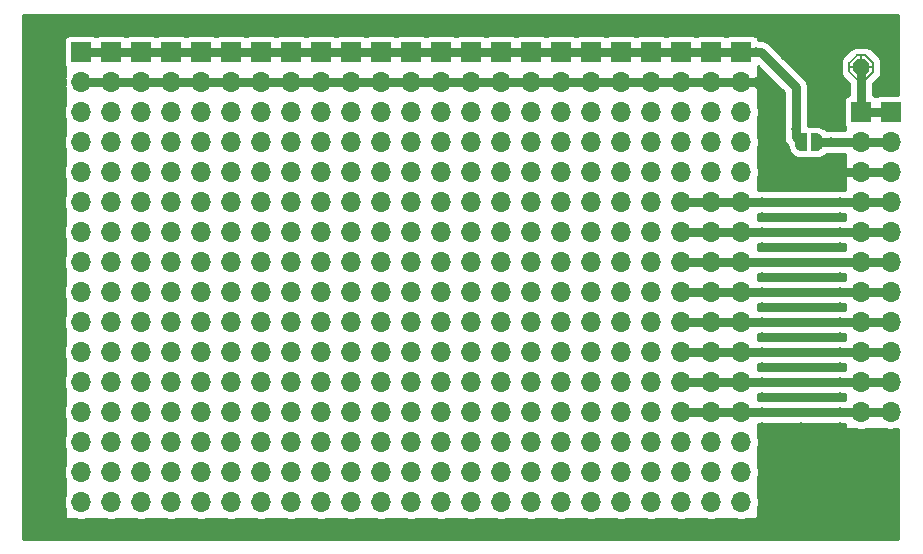
<source format=gbr>
G04 #@! TF.GenerationSoftware,KiCad,Pcbnew,(5.1.5)-3*
G04 #@! TF.CreationDate,2020-01-02T02:10:15+03:00*
G04 #@! TF.ProjectId,Sharp 11Pin Breadboard,53686172-7020-4313-9150-696e20427265,rev?*
G04 #@! TF.SameCoordinates,Original*
G04 #@! TF.FileFunction,Copper,L1,Top*
G04 #@! TF.FilePolarity,Positive*
%FSLAX46Y46*%
G04 Gerber Fmt 4.6, Leading zero omitted, Abs format (unit mm)*
G04 Created by KiCad (PCBNEW (5.1.5)-3) date 2020-01-02 02:10:15*
%MOMM*%
%LPD*%
G04 APERTURE LIST*
%ADD10O,1.700000X1.700000*%
%ADD11R,1.700000X1.700000*%
%ADD12C,0.100000*%
%ADD13C,0.800000*%
%ADD14C,0.800000*%
%ADD15C,0.254000*%
G04 APERTURE END LIST*
D10*
X165100000Y-81280000D03*
X165100000Y-78740000D03*
X165100000Y-76200000D03*
X165100000Y-73660000D03*
X165100000Y-71120000D03*
X165100000Y-68580000D03*
X165100000Y-66040000D03*
X165100000Y-63500000D03*
X165100000Y-60960000D03*
X165100000Y-58420000D03*
D11*
X165100000Y-55880000D03*
D10*
X154940000Y-88900000D03*
X154940000Y-86360000D03*
X154940000Y-83820000D03*
X154940000Y-81280000D03*
X154940000Y-78740000D03*
X154940000Y-76200000D03*
X154940000Y-73660000D03*
X154940000Y-71120000D03*
X154940000Y-68580000D03*
X154940000Y-66040000D03*
X154940000Y-63500000D03*
X154940000Y-60960000D03*
X154940000Y-58420000D03*
X154940000Y-55880000D03*
X154940000Y-53340000D03*
D11*
X154940000Y-50800000D03*
D10*
X152400000Y-88900000D03*
X152400000Y-86360000D03*
X152400000Y-83820000D03*
X152400000Y-81280000D03*
X152400000Y-78740000D03*
X152400000Y-76200000D03*
X152400000Y-73660000D03*
X152400000Y-71120000D03*
X152400000Y-68580000D03*
X152400000Y-66040000D03*
X152400000Y-63500000D03*
X152400000Y-60960000D03*
X152400000Y-58420000D03*
X152400000Y-55880000D03*
X152400000Y-53340000D03*
D11*
X152400000Y-50800000D03*
D10*
X149860000Y-88900000D03*
X149860000Y-86360000D03*
X149860000Y-83820000D03*
X149860000Y-81280000D03*
X149860000Y-78740000D03*
X149860000Y-76200000D03*
X149860000Y-73660000D03*
X149860000Y-71120000D03*
X149860000Y-68580000D03*
X149860000Y-66040000D03*
X149860000Y-63500000D03*
X149860000Y-60960000D03*
X149860000Y-58420000D03*
X149860000Y-55880000D03*
X149860000Y-53340000D03*
D11*
X149860000Y-50800000D03*
D10*
X147320000Y-88900000D03*
X147320000Y-86360000D03*
X147320000Y-83820000D03*
X147320000Y-81280000D03*
X147320000Y-78740000D03*
X147320000Y-76200000D03*
X147320000Y-73660000D03*
X147320000Y-71120000D03*
X147320000Y-68580000D03*
X147320000Y-66040000D03*
X147320000Y-63500000D03*
X147320000Y-60960000D03*
X147320000Y-58420000D03*
X147320000Y-55880000D03*
X147320000Y-53340000D03*
D11*
X147320000Y-50800000D03*
D10*
X144780000Y-88900000D03*
X144780000Y-86360000D03*
X144780000Y-83820000D03*
X144780000Y-81280000D03*
X144780000Y-78740000D03*
X144780000Y-76200000D03*
X144780000Y-73660000D03*
X144780000Y-71120000D03*
X144780000Y-68580000D03*
X144780000Y-66040000D03*
X144780000Y-63500000D03*
X144780000Y-60960000D03*
X144780000Y-58420000D03*
X144780000Y-55880000D03*
X144780000Y-53340000D03*
D11*
X144780000Y-50800000D03*
D10*
X142240000Y-88900000D03*
X142240000Y-86360000D03*
X142240000Y-83820000D03*
X142240000Y-81280000D03*
X142240000Y-78740000D03*
X142240000Y-76200000D03*
X142240000Y-73660000D03*
X142240000Y-71120000D03*
X142240000Y-68580000D03*
X142240000Y-66040000D03*
X142240000Y-63500000D03*
X142240000Y-60960000D03*
X142240000Y-58420000D03*
X142240000Y-55880000D03*
X142240000Y-53340000D03*
D11*
X142240000Y-50800000D03*
D10*
X139700000Y-88900000D03*
X139700000Y-86360000D03*
X139700000Y-83820000D03*
X139700000Y-81280000D03*
X139700000Y-78740000D03*
X139700000Y-76200000D03*
X139700000Y-73660000D03*
X139700000Y-71120000D03*
X139700000Y-68580000D03*
X139700000Y-66040000D03*
X139700000Y-63500000D03*
X139700000Y-60960000D03*
X139700000Y-58420000D03*
X139700000Y-55880000D03*
X139700000Y-53340000D03*
D11*
X139700000Y-50800000D03*
D10*
X137160000Y-88900000D03*
X137160000Y-86360000D03*
X137160000Y-83820000D03*
X137160000Y-81280000D03*
X137160000Y-78740000D03*
X137160000Y-76200000D03*
X137160000Y-73660000D03*
X137160000Y-71120000D03*
X137160000Y-68580000D03*
X137160000Y-66040000D03*
X137160000Y-63500000D03*
X137160000Y-60960000D03*
X137160000Y-58420000D03*
X137160000Y-55880000D03*
X137160000Y-53340000D03*
D11*
X137160000Y-50800000D03*
D10*
X134620000Y-88900000D03*
X134620000Y-86360000D03*
X134620000Y-83820000D03*
X134620000Y-81280000D03*
X134620000Y-78740000D03*
X134620000Y-76200000D03*
X134620000Y-73660000D03*
X134620000Y-71120000D03*
X134620000Y-68580000D03*
X134620000Y-66040000D03*
X134620000Y-63500000D03*
X134620000Y-60960000D03*
X134620000Y-58420000D03*
X134620000Y-55880000D03*
X134620000Y-53340000D03*
D11*
X134620000Y-50800000D03*
D10*
X132080000Y-88900000D03*
X132080000Y-86360000D03*
X132080000Y-83820000D03*
X132080000Y-81280000D03*
X132080000Y-78740000D03*
X132080000Y-76200000D03*
X132080000Y-73660000D03*
X132080000Y-71120000D03*
X132080000Y-68580000D03*
X132080000Y-66040000D03*
X132080000Y-63500000D03*
X132080000Y-60960000D03*
X132080000Y-58420000D03*
X132080000Y-55880000D03*
X132080000Y-53340000D03*
D11*
X132080000Y-50800000D03*
D10*
X129540000Y-88900000D03*
X129540000Y-86360000D03*
X129540000Y-83820000D03*
X129540000Y-81280000D03*
X129540000Y-78740000D03*
X129540000Y-76200000D03*
X129540000Y-73660000D03*
X129540000Y-71120000D03*
X129540000Y-68580000D03*
X129540000Y-66040000D03*
X129540000Y-63500000D03*
X129540000Y-60960000D03*
X129540000Y-58420000D03*
X129540000Y-55880000D03*
X129540000Y-53340000D03*
D11*
X129540000Y-50800000D03*
D10*
X127000000Y-88900000D03*
X127000000Y-86360000D03*
X127000000Y-83820000D03*
X127000000Y-81280000D03*
X127000000Y-78740000D03*
X127000000Y-76200000D03*
X127000000Y-73660000D03*
X127000000Y-71120000D03*
X127000000Y-68580000D03*
X127000000Y-66040000D03*
X127000000Y-63500000D03*
X127000000Y-60960000D03*
X127000000Y-58420000D03*
X127000000Y-55880000D03*
X127000000Y-53340000D03*
D11*
X127000000Y-50800000D03*
D10*
X124460000Y-88900000D03*
X124460000Y-86360000D03*
X124460000Y-83820000D03*
X124460000Y-81280000D03*
X124460000Y-78740000D03*
X124460000Y-76200000D03*
X124460000Y-73660000D03*
X124460000Y-71120000D03*
X124460000Y-68580000D03*
X124460000Y-66040000D03*
X124460000Y-63500000D03*
X124460000Y-60960000D03*
X124460000Y-58420000D03*
X124460000Y-55880000D03*
X124460000Y-53340000D03*
D11*
X124460000Y-50800000D03*
D10*
X121920000Y-88900000D03*
X121920000Y-86360000D03*
X121920000Y-83820000D03*
X121920000Y-81280000D03*
X121920000Y-78740000D03*
X121920000Y-76200000D03*
X121920000Y-73660000D03*
X121920000Y-71120000D03*
X121920000Y-68580000D03*
X121920000Y-66040000D03*
X121920000Y-63500000D03*
X121920000Y-60960000D03*
X121920000Y-58420000D03*
X121920000Y-55880000D03*
X121920000Y-53340000D03*
D11*
X121920000Y-50800000D03*
D10*
X119380000Y-88900000D03*
X119380000Y-86360000D03*
X119380000Y-83820000D03*
X119380000Y-81280000D03*
X119380000Y-78740000D03*
X119380000Y-76200000D03*
X119380000Y-73660000D03*
X119380000Y-71120000D03*
X119380000Y-68580000D03*
X119380000Y-66040000D03*
X119380000Y-63500000D03*
X119380000Y-60960000D03*
X119380000Y-58420000D03*
X119380000Y-55880000D03*
X119380000Y-53340000D03*
D11*
X119380000Y-50800000D03*
D10*
X116840000Y-88900000D03*
X116840000Y-86360000D03*
X116840000Y-83820000D03*
X116840000Y-81280000D03*
X116840000Y-78740000D03*
X116840000Y-76200000D03*
X116840000Y-73660000D03*
X116840000Y-71120000D03*
X116840000Y-68580000D03*
X116840000Y-66040000D03*
X116840000Y-63500000D03*
X116840000Y-60960000D03*
X116840000Y-58420000D03*
X116840000Y-55880000D03*
X116840000Y-53340000D03*
D11*
X116840000Y-50800000D03*
D10*
X114300000Y-88900000D03*
X114300000Y-86360000D03*
X114300000Y-83820000D03*
X114300000Y-81280000D03*
X114300000Y-78740000D03*
X114300000Y-76200000D03*
X114300000Y-73660000D03*
X114300000Y-71120000D03*
X114300000Y-68580000D03*
X114300000Y-66040000D03*
X114300000Y-63500000D03*
X114300000Y-60960000D03*
X114300000Y-58420000D03*
X114300000Y-55880000D03*
X114300000Y-53340000D03*
D11*
X114300000Y-50800000D03*
D10*
X111760000Y-88900000D03*
X111760000Y-86360000D03*
X111760000Y-83820000D03*
X111760000Y-81280000D03*
X111760000Y-78740000D03*
X111760000Y-76200000D03*
X111760000Y-73660000D03*
X111760000Y-71120000D03*
X111760000Y-68580000D03*
X111760000Y-66040000D03*
X111760000Y-63500000D03*
X111760000Y-60960000D03*
X111760000Y-58420000D03*
X111760000Y-55880000D03*
X111760000Y-53340000D03*
D11*
X111760000Y-50800000D03*
D10*
X109220000Y-88900000D03*
X109220000Y-86360000D03*
X109220000Y-83820000D03*
X109220000Y-81280000D03*
X109220000Y-78740000D03*
X109220000Y-76200000D03*
X109220000Y-73660000D03*
X109220000Y-71120000D03*
X109220000Y-68580000D03*
X109220000Y-66040000D03*
X109220000Y-63500000D03*
X109220000Y-60960000D03*
X109220000Y-58420000D03*
X109220000Y-55880000D03*
X109220000Y-53340000D03*
D11*
X109220000Y-50800000D03*
D10*
X106680000Y-88900000D03*
X106680000Y-86360000D03*
X106680000Y-83820000D03*
X106680000Y-81280000D03*
X106680000Y-78740000D03*
X106680000Y-76200000D03*
X106680000Y-73660000D03*
X106680000Y-71120000D03*
X106680000Y-68580000D03*
X106680000Y-66040000D03*
X106680000Y-63500000D03*
X106680000Y-60960000D03*
X106680000Y-58420000D03*
X106680000Y-55880000D03*
X106680000Y-53340000D03*
D11*
X106680000Y-50800000D03*
D10*
X104140000Y-88900000D03*
X104140000Y-86360000D03*
X104140000Y-83820000D03*
X104140000Y-81280000D03*
X104140000Y-78740000D03*
X104140000Y-76200000D03*
X104140000Y-73660000D03*
X104140000Y-71120000D03*
X104140000Y-68580000D03*
X104140000Y-66040000D03*
X104140000Y-63500000D03*
X104140000Y-60960000D03*
X104140000Y-58420000D03*
X104140000Y-55880000D03*
X104140000Y-53340000D03*
D11*
X104140000Y-50800000D03*
D10*
X101600000Y-88900000D03*
X101600000Y-86360000D03*
X101600000Y-83820000D03*
X101600000Y-81280000D03*
X101600000Y-78740000D03*
X101600000Y-76200000D03*
X101600000Y-73660000D03*
X101600000Y-71120000D03*
X101600000Y-68580000D03*
X101600000Y-66040000D03*
X101600000Y-63500000D03*
X101600000Y-60960000D03*
X101600000Y-58420000D03*
X101600000Y-55880000D03*
X101600000Y-53340000D03*
D11*
X101600000Y-50800000D03*
D10*
X99060000Y-88900000D03*
X99060000Y-86360000D03*
X99060000Y-83820000D03*
X99060000Y-81280000D03*
X99060000Y-78740000D03*
X99060000Y-76200000D03*
X99060000Y-73660000D03*
X99060000Y-71120000D03*
X99060000Y-68580000D03*
X99060000Y-66040000D03*
X99060000Y-63500000D03*
X99060000Y-60960000D03*
X99060000Y-58420000D03*
X99060000Y-55880000D03*
X99060000Y-53340000D03*
D11*
X99060000Y-50800000D03*
D10*
X167640000Y-81280000D03*
X167640000Y-78740000D03*
X167640000Y-76200000D03*
X167640000Y-73660000D03*
X167640000Y-71120000D03*
X167640000Y-68580000D03*
X167640000Y-66040000D03*
X167640000Y-63500000D03*
X167640000Y-60960000D03*
X167640000Y-58420000D03*
D11*
X167640000Y-55880000D03*
G04 #@! TA.AperFunction,SMDPad,CuDef*
D12*
G36*
X161320000Y-57670602D02*
G01*
X161344534Y-57670602D01*
X161393365Y-57675412D01*
X161441490Y-57684984D01*
X161488445Y-57699228D01*
X161533778Y-57718005D01*
X161577051Y-57741136D01*
X161617850Y-57768396D01*
X161655779Y-57799524D01*
X161690476Y-57834221D01*
X161721604Y-57872150D01*
X161748864Y-57912949D01*
X161771995Y-57956222D01*
X161790772Y-58001555D01*
X161805016Y-58048510D01*
X161814588Y-58096635D01*
X161819398Y-58145466D01*
X161819398Y-58170000D01*
X161820000Y-58170000D01*
X161820000Y-58670000D01*
X161819398Y-58670000D01*
X161819398Y-58694534D01*
X161814588Y-58743365D01*
X161805016Y-58791490D01*
X161790772Y-58838445D01*
X161771995Y-58883778D01*
X161748864Y-58927051D01*
X161721604Y-58967850D01*
X161690476Y-59005779D01*
X161655779Y-59040476D01*
X161617850Y-59071604D01*
X161577051Y-59098864D01*
X161533778Y-59121995D01*
X161488445Y-59140772D01*
X161441490Y-59155016D01*
X161393365Y-59164588D01*
X161344534Y-59169398D01*
X161320000Y-59169398D01*
X161320000Y-59170000D01*
X160820000Y-59170000D01*
X160820000Y-57670000D01*
X161320000Y-57670000D01*
X161320000Y-57670602D01*
G37*
G04 #@! TD.AperFunction*
G04 #@! TA.AperFunction,SMDPad,CuDef*
G36*
X160520000Y-59170000D02*
G01*
X160020000Y-59170000D01*
X160020000Y-59169398D01*
X159995466Y-59169398D01*
X159946635Y-59164588D01*
X159898510Y-59155016D01*
X159851555Y-59140772D01*
X159806222Y-59121995D01*
X159762949Y-59098864D01*
X159722150Y-59071604D01*
X159684221Y-59040476D01*
X159649524Y-59005779D01*
X159618396Y-58967850D01*
X159591136Y-58927051D01*
X159568005Y-58883778D01*
X159549228Y-58838445D01*
X159534984Y-58791490D01*
X159525412Y-58743365D01*
X159520602Y-58694534D01*
X159520602Y-58670000D01*
X159520000Y-58670000D01*
X159520000Y-58170000D01*
X159520602Y-58170000D01*
X159520602Y-58145466D01*
X159525412Y-58096635D01*
X159534984Y-58048510D01*
X159549228Y-58001555D01*
X159568005Y-57956222D01*
X159591136Y-57912949D01*
X159618396Y-57872150D01*
X159649524Y-57834221D01*
X159684221Y-57799524D01*
X159722150Y-57768396D01*
X159762949Y-57741136D01*
X159806222Y-57718005D01*
X159851555Y-57699228D01*
X159898510Y-57684984D01*
X159946635Y-57675412D01*
X159995466Y-57670602D01*
X160020000Y-57670602D01*
X160020000Y-57670000D01*
X160520000Y-57670000D01*
X160520000Y-59170000D01*
G37*
G04 #@! TD.AperFunction*
G04 #@! TA.AperFunction,Conductor*
G36*
X165500228Y-50995002D02*
G01*
X165500262Y-50995000D01*
X165500300Y-50995002D01*
X165501047Y-50995007D01*
X165504329Y-50995213D01*
X165507579Y-50995384D01*
X165507962Y-50995442D01*
X165508360Y-50995467D01*
X165511627Y-50995996D01*
X165514824Y-50996480D01*
X165515202Y-50996576D01*
X165515593Y-50996639D01*
X165518747Y-50997472D01*
X165521928Y-50998277D01*
X165522302Y-50998412D01*
X165522678Y-50998511D01*
X165525718Y-50999642D01*
X165528822Y-51000759D01*
X165529179Y-51000929D01*
X165529546Y-51001065D01*
X165532465Y-51002489D01*
X165535442Y-51003902D01*
X165535782Y-51004106D01*
X165536132Y-51004277D01*
X165538931Y-51005999D01*
X165541722Y-51007676D01*
X165542032Y-51007906D01*
X165542373Y-51008116D01*
X165544991Y-51010103D01*
X165547605Y-51012045D01*
X165547899Y-51012312D01*
X165548209Y-51012547D01*
X165550590Y-51014752D01*
X165553033Y-51016967D01*
X166153033Y-51616967D01*
X166153193Y-51617129D01*
X166153218Y-51617152D01*
X166153244Y-51617181D01*
X166153768Y-51617712D01*
X166155926Y-51620160D01*
X166158121Y-51622598D01*
X166158354Y-51622914D01*
X166158614Y-51623209D01*
X166160531Y-51625867D01*
X166162469Y-51628496D01*
X166162670Y-51628833D01*
X166162900Y-51629152D01*
X166164550Y-51631986D01*
X166166221Y-51634790D01*
X166166388Y-51635145D01*
X166166586Y-51635485D01*
X166167939Y-51638441D01*
X166169341Y-51641420D01*
X166169475Y-51641796D01*
X166169636Y-51642148D01*
X166170691Y-51645212D01*
X166171799Y-51648323D01*
X166171894Y-51648705D01*
X166172022Y-51649076D01*
X166172782Y-51652263D01*
X166173572Y-51655432D01*
X166173629Y-51655818D01*
X166173721Y-51656204D01*
X166174164Y-51659446D01*
X166174642Y-51662681D01*
X166174661Y-51663079D01*
X166174714Y-51663463D01*
X166174839Y-51666708D01*
X166175000Y-51670000D01*
X166175000Y-52470000D01*
X166174998Y-52470228D01*
X166175000Y-52470262D01*
X166174998Y-52470300D01*
X166174993Y-52471047D01*
X166174787Y-52474326D01*
X166174616Y-52477580D01*
X166174558Y-52477964D01*
X166174533Y-52478360D01*
X166174006Y-52481613D01*
X166173520Y-52484825D01*
X166173424Y-52485204D01*
X166173361Y-52485593D01*
X166172517Y-52488786D01*
X166171722Y-52491928D01*
X166171591Y-52492292D01*
X166171489Y-52492678D01*
X166170344Y-52495756D01*
X166169241Y-52498822D01*
X166169072Y-52499179D01*
X166168935Y-52499546D01*
X166167490Y-52502508D01*
X166166097Y-52505442D01*
X166165898Y-52505773D01*
X166165723Y-52506132D01*
X166163982Y-52508962D01*
X166162324Y-52511722D01*
X166162094Y-52512032D01*
X166161884Y-52512373D01*
X166159897Y-52514991D01*
X166157955Y-52517605D01*
X166157688Y-52517899D01*
X166157453Y-52518209D01*
X166155248Y-52520590D01*
X166153033Y-52523033D01*
X165553033Y-53123033D01*
X165552871Y-53123193D01*
X165552848Y-53123218D01*
X165552819Y-53123244D01*
X165552288Y-53123768D01*
X165549840Y-53125926D01*
X165547402Y-53128121D01*
X165547086Y-53128354D01*
X165546791Y-53128614D01*
X165544133Y-53130531D01*
X165541504Y-53132469D01*
X165541167Y-53132670D01*
X165540848Y-53132900D01*
X165538014Y-53134550D01*
X165535210Y-53136221D01*
X165534855Y-53136388D01*
X165534515Y-53136586D01*
X165531524Y-53137955D01*
X165528580Y-53139341D01*
X165528213Y-53139472D01*
X165527852Y-53139637D01*
X165524741Y-53140708D01*
X165521677Y-53141799D01*
X165521295Y-53141894D01*
X165520924Y-53142022D01*
X165517737Y-53142782D01*
X165514568Y-53143572D01*
X165514182Y-53143629D01*
X165513796Y-53143721D01*
X165510560Y-53144164D01*
X165507319Y-53144642D01*
X165506920Y-53144662D01*
X165506536Y-53144714D01*
X165503294Y-53144839D01*
X165500000Y-53145000D01*
X164700000Y-53145000D01*
X164699772Y-53144998D01*
X164699738Y-53145000D01*
X164699700Y-53144998D01*
X164698953Y-53144993D01*
X164695674Y-53144787D01*
X164692420Y-53144616D01*
X164692036Y-53144558D01*
X164691640Y-53144533D01*
X164688387Y-53144006D01*
X164685175Y-53143520D01*
X164684796Y-53143424D01*
X164684407Y-53143361D01*
X164681214Y-53142517D01*
X164678072Y-53141722D01*
X164677708Y-53141591D01*
X164677322Y-53141489D01*
X164674244Y-53140344D01*
X164671178Y-53139241D01*
X164670821Y-53139072D01*
X164670454Y-53138935D01*
X164667492Y-53137490D01*
X164664558Y-53136097D01*
X164664227Y-53135898D01*
X164663868Y-53135723D01*
X164661038Y-53133982D01*
X164658278Y-53132324D01*
X164657968Y-53132094D01*
X164657627Y-53131884D01*
X164655009Y-53129897D01*
X164652395Y-53127955D01*
X164652101Y-53127688D01*
X164651791Y-53127453D01*
X164649410Y-53125248D01*
X164646967Y-53123033D01*
X164046967Y-52523033D01*
X164046807Y-52522871D01*
X164046782Y-52522848D01*
X164046756Y-52522819D01*
X164046232Y-52522288D01*
X164044074Y-52519840D01*
X164041879Y-52517402D01*
X164041646Y-52517086D01*
X164041386Y-52516791D01*
X164039469Y-52514133D01*
X164037531Y-52511504D01*
X164037330Y-52511167D01*
X164037100Y-52510848D01*
X164035450Y-52508014D01*
X164033779Y-52505210D01*
X164033612Y-52504855D01*
X164033414Y-52504515D01*
X164032045Y-52501524D01*
X164030659Y-52498580D01*
X164030528Y-52498213D01*
X164030363Y-52497852D01*
X164029292Y-52494741D01*
X164028201Y-52491677D01*
X164028106Y-52491295D01*
X164027978Y-52490924D01*
X164027218Y-52487737D01*
X164026428Y-52484568D01*
X164026371Y-52484182D01*
X164026279Y-52483796D01*
X164025836Y-52480560D01*
X164025358Y-52477319D01*
X164025338Y-52476920D01*
X164025286Y-52476536D01*
X164025161Y-52473294D01*
X164025000Y-52470000D01*
X164025000Y-52145000D01*
X164175000Y-52145000D01*
X164175000Y-52438934D01*
X164731066Y-52995000D01*
X165025000Y-52995000D01*
X165025000Y-52760151D01*
X165175000Y-52760151D01*
X165175000Y-52995000D01*
X165468934Y-52995000D01*
X166025000Y-52438934D01*
X166025000Y-52145000D01*
X165793996Y-52145000D01*
X165793996Y-52331313D01*
X165793035Y-52341068D01*
X165790190Y-52350447D01*
X165785569Y-52359092D01*
X165779351Y-52366668D01*
X165400514Y-52745506D01*
X165392938Y-52751724D01*
X165384293Y-52756345D01*
X165374914Y-52759190D01*
X165365159Y-52760151D01*
X165175000Y-52760151D01*
X165025000Y-52760151D01*
X165025000Y-52760150D01*
X164829402Y-52760150D01*
X164819647Y-52759189D01*
X164810268Y-52756344D01*
X164801623Y-52751723D01*
X164794047Y-52745505D01*
X164415210Y-52366668D01*
X164408992Y-52359092D01*
X164404371Y-52350447D01*
X164401526Y-52341068D01*
X164400565Y-52331313D01*
X164400565Y-52145000D01*
X164175000Y-52145000D01*
X164025000Y-52145000D01*
X164025000Y-51701066D01*
X164175000Y-51701066D01*
X164175000Y-51995000D01*
X164400565Y-51995000D01*
X164400565Y-51795556D01*
X164401526Y-51785801D01*
X164404371Y-51776422D01*
X164408992Y-51767777D01*
X164415210Y-51760201D01*
X164794047Y-51381363D01*
X164801623Y-51375145D01*
X164810268Y-51370524D01*
X164819647Y-51367679D01*
X164829402Y-51366718D01*
X165025000Y-51366719D01*
X165025000Y-51145000D01*
X165175000Y-51145000D01*
X165175000Y-51366719D01*
X165365160Y-51366720D01*
X165374915Y-51367681D01*
X165384294Y-51370526D01*
X165392939Y-51375147D01*
X165400515Y-51381365D01*
X165779351Y-51760202D01*
X165785570Y-51767779D01*
X165790190Y-51776423D01*
X165793035Y-51785803D01*
X165793996Y-51795557D01*
X165793996Y-51995000D01*
X166025000Y-51995000D01*
X166025000Y-51701066D01*
X165468934Y-51145000D01*
X165175000Y-51145000D01*
X165025000Y-51145000D01*
X164731066Y-51145000D01*
X164175000Y-51701066D01*
X164025000Y-51701066D01*
X164025000Y-51670000D01*
X164025002Y-51669772D01*
X164025000Y-51669738D01*
X164025002Y-51669700D01*
X164025007Y-51668953D01*
X164025213Y-51665671D01*
X164025384Y-51662421D01*
X164025442Y-51662038D01*
X164025467Y-51661640D01*
X164025996Y-51658373D01*
X164026480Y-51655176D01*
X164026576Y-51654798D01*
X164026639Y-51654407D01*
X164027472Y-51651253D01*
X164028277Y-51648072D01*
X164028412Y-51647698D01*
X164028511Y-51647322D01*
X164029642Y-51644282D01*
X164030759Y-51641178D01*
X164030929Y-51640821D01*
X164031065Y-51640454D01*
X164032489Y-51637535D01*
X164033902Y-51634558D01*
X164034106Y-51634218D01*
X164034277Y-51633868D01*
X164035999Y-51631069D01*
X164037676Y-51628278D01*
X164037906Y-51627968D01*
X164038116Y-51627627D01*
X164040103Y-51625009D01*
X164042045Y-51622395D01*
X164042312Y-51622101D01*
X164042547Y-51621791D01*
X164044752Y-51619410D01*
X164046967Y-51616967D01*
X164646967Y-51016967D01*
X164647129Y-51016807D01*
X164647152Y-51016782D01*
X164647181Y-51016756D01*
X164647712Y-51016232D01*
X164650160Y-51014074D01*
X164652598Y-51011879D01*
X164652914Y-51011646D01*
X164653209Y-51011386D01*
X164655867Y-51009469D01*
X164658496Y-51007531D01*
X164658833Y-51007330D01*
X164659152Y-51007100D01*
X164661986Y-51005450D01*
X164664790Y-51003779D01*
X164665145Y-51003612D01*
X164665485Y-51003414D01*
X164668441Y-51002061D01*
X164671420Y-51000659D01*
X164671796Y-51000525D01*
X164672148Y-51000364D01*
X164675212Y-50999309D01*
X164678323Y-50998201D01*
X164678705Y-50998106D01*
X164679076Y-50997978D01*
X164682263Y-50997218D01*
X164685432Y-50996428D01*
X164685818Y-50996371D01*
X164686204Y-50996279D01*
X164689446Y-50995836D01*
X164692681Y-50995358D01*
X164693079Y-50995339D01*
X164693463Y-50995286D01*
X164696708Y-50995161D01*
X164700000Y-50995000D01*
X165500000Y-50995000D01*
X165500228Y-50995002D01*
G37*
G04 #@! TD.AperFunction*
D13*
X159565936Y-57350064D03*
X157543000Y-51753000D03*
X156210000Y-50800000D03*
X156718000Y-57150000D03*
X156718000Y-54610000D03*
X163068000Y-60960000D03*
X167894000Y-48006000D03*
X167894000Y-51054000D03*
X164846000Y-48006000D03*
X167894000Y-91694000D03*
X167894000Y-88646000D03*
X167894000Y-85598000D03*
X167894000Y-83058000D03*
X167894000Y-54102000D03*
X156718000Y-85090000D03*
X156718000Y-88392000D03*
X156718000Y-91694000D03*
X164846000Y-91694000D03*
X161798000Y-91694000D03*
X158750000Y-91694000D03*
X161798000Y-48006000D03*
X158750000Y-48006000D03*
X155702000Y-48006000D03*
X152654000Y-48006000D03*
X149606000Y-48006000D03*
X146558000Y-48006000D03*
X140208000Y-48006000D03*
X133604000Y-48006000D03*
X125984000Y-48006000D03*
X120904000Y-48006000D03*
X115062000Y-48006000D03*
X106934000Y-48006000D03*
X94488000Y-48006000D03*
X94488000Y-51054000D03*
X94488000Y-54102000D03*
X94488000Y-57150000D03*
X94488000Y-60198000D03*
X94488000Y-63246000D03*
X94488000Y-66294000D03*
X94488000Y-69342000D03*
X94488000Y-72390000D03*
X94488000Y-75438000D03*
X94488000Y-78486000D03*
X94488000Y-81534000D03*
X94488000Y-84582000D03*
X94488000Y-91694000D03*
X97536000Y-91694000D03*
X100584000Y-91694000D03*
X103632000Y-91694000D03*
X106680000Y-91694000D03*
X109728000Y-91694000D03*
X112776000Y-91694000D03*
X115824000Y-91694000D03*
X118872000Y-91694000D03*
X121920000Y-91694000D03*
X124968000Y-91694000D03*
X128016000Y-91694000D03*
X97536000Y-48006000D03*
X143510000Y-48006000D03*
X94488000Y-88138000D03*
X136906000Y-48006000D03*
X161290000Y-54864000D03*
X162560000Y-50800000D03*
X156718000Y-59690000D03*
X160020000Y-82550000D03*
X165608000Y-83058000D03*
X97282000Y-52070000D03*
X97282000Y-54610000D03*
X97282000Y-57150000D03*
X97282000Y-59690000D03*
X97282000Y-62230000D03*
X97282000Y-64770000D03*
X97282000Y-67310000D03*
X97282000Y-69850000D03*
X97282000Y-72390000D03*
X97282000Y-74930000D03*
X97282000Y-77470000D03*
X97282000Y-80010000D03*
X97282000Y-82550000D03*
X97282000Y-85090000D03*
X97282000Y-87630000D03*
X132588000Y-91694000D03*
X137668000Y-91694000D03*
X156718000Y-62230000D03*
X163322000Y-62230000D03*
X156718000Y-64770000D03*
X163322000Y-64770000D03*
X156718000Y-67310000D03*
X163322000Y-67310000D03*
X156718000Y-69850000D03*
X163322000Y-69850000D03*
X156718000Y-72390000D03*
X163322000Y-72390000D03*
X163322000Y-74930000D03*
X156718000Y-74930000D03*
X156718000Y-77470000D03*
X163322000Y-77470000D03*
X156718000Y-80010000D03*
X163322000Y-80010000D03*
X156718000Y-82550000D03*
X163322000Y-82550000D03*
X156210000Y-53340000D03*
X156718000Y-81280000D03*
X163322000Y-81280000D03*
X156718000Y-78740000D03*
X163322000Y-78740000D03*
X163322000Y-76200000D03*
X156718000Y-76200000D03*
X156718000Y-73660000D03*
X163322000Y-73660000D03*
X156718000Y-71120000D03*
X163322000Y-71120000D03*
X156718000Y-66040000D03*
X163322000Y-66040000D03*
X156718000Y-63500000D03*
X163322000Y-63500000D03*
X162560000Y-58420000D03*
D14*
X99060000Y-50800000D02*
X154940000Y-50800000D01*
X159565936Y-53775936D02*
X157543000Y-51753000D01*
X159565936Y-57965936D02*
X159565936Y-57350064D01*
X156590000Y-50800000D02*
X156210000Y-50800000D01*
X160020000Y-58420000D02*
X159565936Y-57965936D01*
X159565936Y-57350064D02*
X159565936Y-53775936D01*
X157543000Y-51753000D02*
X156590000Y-50800000D01*
X156210000Y-50800000D02*
X154940000Y-50800000D01*
X167640000Y-55880000D02*
X165100000Y-55880000D01*
X165100000Y-52070000D02*
X165100000Y-55880000D01*
X160020000Y-60960000D02*
X163068000Y-60960000D01*
X157480000Y-58420000D02*
X160020000Y-60960000D01*
X157480000Y-58420000D02*
X157480000Y-58420000D01*
X157480000Y-54610000D02*
X157480000Y-54610000D01*
X163068000Y-60960000D02*
X167640000Y-60960000D01*
X156210000Y-53340000D02*
X156210000Y-53340000D01*
X99060000Y-53340000D02*
X156210000Y-53340000D01*
X157480000Y-54610000D02*
X157480000Y-58420000D01*
X156210000Y-53340000D02*
X157480000Y-54610000D01*
X149860000Y-81280000D02*
X156718000Y-81280000D01*
X156718000Y-81280000D02*
X163322000Y-81280000D01*
X163322000Y-81280000D02*
X167640000Y-81280000D01*
X149860000Y-78740000D02*
X156718000Y-78740000D01*
X156718000Y-78740000D02*
X163322000Y-78740000D01*
X163322000Y-78740000D02*
X167640000Y-78740000D01*
X149860000Y-76200000D02*
X156718000Y-76200000D01*
X163322000Y-76200000D02*
X167640000Y-76200000D01*
X156718000Y-76200000D02*
X163322000Y-76200000D01*
X149860000Y-73660000D02*
X156718000Y-73660000D01*
X156718000Y-73660000D02*
X163322000Y-73660000D01*
X163322000Y-73660000D02*
X167640000Y-73660000D01*
X149860000Y-71120000D02*
X156718000Y-71120000D01*
X156718000Y-71120000D02*
X163322000Y-71120000D01*
X163322000Y-71120000D02*
X167640000Y-71120000D01*
X149860000Y-68580000D02*
X167640000Y-68580000D01*
X149860000Y-66040000D02*
X156718000Y-66040000D01*
X156718000Y-66040000D02*
X163322000Y-66040000D01*
X163322000Y-66040000D02*
X167640000Y-66040000D01*
X149860000Y-63500000D02*
X156718000Y-63500000D01*
X156718000Y-63500000D02*
X163322000Y-63500000D01*
X163322000Y-63500000D02*
X167640000Y-63500000D01*
X165100000Y-58420000D02*
X162560000Y-58420000D01*
X162560000Y-58420000D02*
X161320000Y-58420000D01*
X165100000Y-58420000D02*
X167640000Y-58420000D01*
X162560000Y-58420000D02*
X162560000Y-58420000D01*
D15*
G36*
X168250000Y-54391928D02*
G01*
X166790000Y-54391928D01*
X166665518Y-54404188D01*
X166545820Y-54440498D01*
X166466306Y-54483000D01*
X166273694Y-54483000D01*
X166194180Y-54440498D01*
X166135000Y-54422546D01*
X166135000Y-53443436D01*
X166604218Y-52974218D01*
X166646090Y-52928040D01*
X166648341Y-52925300D01*
X166650656Y-52922541D01*
X166654732Y-52916590D01*
X166655188Y-52916964D01*
X166655436Y-52916662D01*
X166687656Y-52868523D01*
X166720939Y-52819933D01*
X166721131Y-52819584D01*
X166720606Y-52819295D01*
X166724670Y-52813223D01*
X166726351Y-52810088D01*
X166728082Y-52806939D01*
X166730951Y-52800245D01*
X166731478Y-52800527D01*
X166731665Y-52800178D01*
X166754369Y-52745614D01*
X166777119Y-52692543D01*
X166777238Y-52692168D01*
X166776682Y-52691992D01*
X166779426Y-52685398D01*
X166780496Y-52681900D01*
X166781578Y-52678487D01*
X166783030Y-52671655D01*
X166783576Y-52671822D01*
X166783691Y-52671446D01*
X166795122Y-52614769D01*
X166807451Y-52556766D01*
X166807495Y-52556374D01*
X166806912Y-52556309D01*
X166808326Y-52549300D01*
X166808686Y-52545756D01*
X166809082Y-52542228D01*
X166813036Y-52475454D01*
X166813049Y-52475454D01*
X166813051Y-52475209D01*
X166813051Y-52475201D01*
X166813056Y-52474439D01*
X166813054Y-52474439D01*
X166813072Y-52470000D01*
X166813072Y-51670000D01*
X166810029Y-51607755D01*
X166809677Y-51604162D01*
X166809367Y-51600619D01*
X166808155Y-51594154D01*
X166808690Y-51594102D01*
X166808652Y-51593711D01*
X166797270Y-51536106D01*
X166786324Y-51477729D01*
X166786213Y-51477348D01*
X166785691Y-51477500D01*
X166784404Y-51470988D01*
X166783378Y-51467590D01*
X166782357Y-51464077D01*
X166779760Y-51457588D01*
X166780308Y-51457423D01*
X166780193Y-51457042D01*
X166757664Y-51402376D01*
X166736038Y-51348337D01*
X166735858Y-51347990D01*
X166735358Y-51348249D01*
X166732731Y-51341875D01*
X166731049Y-51338712D01*
X166729389Y-51335509D01*
X166725552Y-51329602D01*
X166726062Y-51329331D01*
X166725877Y-51328983D01*
X166692940Y-51279398D01*
X166661466Y-51230947D01*
X166661220Y-51230639D01*
X166660783Y-51230988D01*
X166656989Y-51225277D01*
X166654714Y-51222487D01*
X166652414Y-51219606D01*
X166608273Y-51169918D01*
X166608295Y-51169896D01*
X166608124Y-51169722D01*
X166607883Y-51169479D01*
X166607860Y-51169453D01*
X166607322Y-51168908D01*
X166607319Y-51168910D01*
X166604218Y-51165782D01*
X166004218Y-50565782D01*
X165958040Y-50523910D01*
X165955300Y-50521659D01*
X165952541Y-50519344D01*
X165946590Y-50515268D01*
X165946964Y-50514812D01*
X165946662Y-50514564D01*
X165898523Y-50482344D01*
X165849933Y-50449061D01*
X165849584Y-50448869D01*
X165849295Y-50449394D01*
X165843223Y-50445330D01*
X165840088Y-50443649D01*
X165836939Y-50441918D01*
X165830245Y-50439049D01*
X165830527Y-50438522D01*
X165830178Y-50438335D01*
X165775662Y-50415651D01*
X165722543Y-50392881D01*
X165722168Y-50392762D01*
X165721991Y-50393319D01*
X165715395Y-50390574D01*
X165711972Y-50389527D01*
X165708477Y-50388419D01*
X165701654Y-50386970D01*
X165701821Y-50386424D01*
X165701445Y-50386309D01*
X165643723Y-50374665D01*
X165586588Y-50362529D01*
X165586195Y-50362485D01*
X165586132Y-50363047D01*
X165579355Y-50361680D01*
X165575819Y-50361321D01*
X165572177Y-50360912D01*
X165505454Y-50356964D01*
X165505454Y-50356951D01*
X165505209Y-50356949D01*
X165505201Y-50356949D01*
X165504439Y-50356944D01*
X165504439Y-50356946D01*
X165500000Y-50356928D01*
X164700000Y-50356928D01*
X164637755Y-50359971D01*
X164634162Y-50360323D01*
X164630619Y-50360633D01*
X164624154Y-50361845D01*
X164624102Y-50361310D01*
X164623711Y-50361348D01*
X164566106Y-50372730D01*
X164507729Y-50383676D01*
X164507348Y-50383787D01*
X164507500Y-50384309D01*
X164500988Y-50385596D01*
X164497590Y-50386622D01*
X164494077Y-50387643D01*
X164487588Y-50390240D01*
X164487423Y-50389692D01*
X164487042Y-50389807D01*
X164432376Y-50412336D01*
X164378337Y-50433962D01*
X164377990Y-50434142D01*
X164378249Y-50434642D01*
X164371875Y-50437269D01*
X164368712Y-50438951D01*
X164365509Y-50440611D01*
X164359602Y-50444448D01*
X164359331Y-50443938D01*
X164358983Y-50444123D01*
X164309398Y-50477060D01*
X164260947Y-50508534D01*
X164260639Y-50508780D01*
X164260988Y-50509217D01*
X164255277Y-50513011D01*
X164252487Y-50515286D01*
X164249606Y-50517586D01*
X164199918Y-50561727D01*
X164199896Y-50561705D01*
X164199722Y-50561876D01*
X164199479Y-50562117D01*
X164199453Y-50562140D01*
X164198908Y-50562678D01*
X164198910Y-50562681D01*
X164195782Y-50565782D01*
X163595782Y-51165782D01*
X163553910Y-51211960D01*
X163551659Y-51214700D01*
X163549344Y-51217459D01*
X163545268Y-51223410D01*
X163544812Y-51223036D01*
X163544564Y-51223338D01*
X163512344Y-51271477D01*
X163479061Y-51320067D01*
X163478869Y-51320416D01*
X163479394Y-51320705D01*
X163475330Y-51326777D01*
X163473649Y-51329912D01*
X163471918Y-51333061D01*
X163469049Y-51339755D01*
X163468522Y-51339473D01*
X163468335Y-51339822D01*
X163445651Y-51394338D01*
X163422881Y-51447457D01*
X163422762Y-51447832D01*
X163423319Y-51448009D01*
X163420574Y-51454605D01*
X163419527Y-51458028D01*
X163418419Y-51461523D01*
X163416970Y-51468346D01*
X163416424Y-51468179D01*
X163416309Y-51468555D01*
X163404665Y-51526277D01*
X163392529Y-51583412D01*
X163392485Y-51583805D01*
X163393047Y-51583868D01*
X163391680Y-51590645D01*
X163391329Y-51594102D01*
X163390912Y-51597823D01*
X163386964Y-51664546D01*
X163386951Y-51664546D01*
X163386949Y-51664791D01*
X163386949Y-51664794D01*
X163386944Y-51665561D01*
X163386946Y-51665561D01*
X163386928Y-51670000D01*
X163386928Y-52470000D01*
X163389971Y-52532245D01*
X163390323Y-52535838D01*
X163390633Y-52539381D01*
X163391845Y-52545846D01*
X163391310Y-52545898D01*
X163391348Y-52546289D01*
X163402740Y-52603951D01*
X163413676Y-52662271D01*
X163413787Y-52662652D01*
X163414308Y-52662500D01*
X163415593Y-52669003D01*
X163416609Y-52672369D01*
X163417633Y-52675892D01*
X163420534Y-52683155D01*
X163419922Y-52683340D01*
X163420036Y-52683716D01*
X163442142Y-52737256D01*
X163463571Y-52790909D01*
X163463753Y-52791261D01*
X163464319Y-52790968D01*
X163467292Y-52798169D01*
X163468984Y-52801351D01*
X163470606Y-52804480D01*
X163474450Y-52810397D01*
X163473938Y-52810669D01*
X163474123Y-52811017D01*
X163507105Y-52860670D01*
X163538534Y-52909053D01*
X163538780Y-52909361D01*
X163539217Y-52909012D01*
X163543011Y-52914723D01*
X163545286Y-52917513D01*
X163547586Y-52920394D01*
X163591727Y-52970082D01*
X163591705Y-52970104D01*
X163591876Y-52970278D01*
X163592117Y-52970521D01*
X163592140Y-52970547D01*
X163592678Y-52971092D01*
X163592681Y-52971090D01*
X163595782Y-52974218D01*
X164065000Y-53443436D01*
X164065001Y-54422546D01*
X164005820Y-54440498D01*
X163926306Y-54483000D01*
X163830000Y-54483000D01*
X163805224Y-54485440D01*
X163781399Y-54492667D01*
X163759443Y-54504403D01*
X163740197Y-54520197D01*
X163724403Y-54539443D01*
X163712667Y-54561399D01*
X163705440Y-54585224D01*
X163703000Y-54610000D01*
X163703000Y-54706306D01*
X163660498Y-54785820D01*
X163624188Y-54905518D01*
X163611928Y-55030000D01*
X163611928Y-56730000D01*
X163624188Y-56854482D01*
X163660498Y-56974180D01*
X163703000Y-57053694D01*
X163703000Y-57385000D01*
X162141072Y-57385000D01*
X162088382Y-57332310D01*
X161991691Y-57252958D01*
X161910192Y-57198502D01*
X161799875Y-57139536D01*
X161709319Y-57102027D01*
X161589623Y-57065718D01*
X161493490Y-57046596D01*
X161369009Y-57034336D01*
X161344450Y-57034336D01*
X161320000Y-57031928D01*
X160820000Y-57031928D01*
X160695518Y-57044188D01*
X160670000Y-57051929D01*
X160644482Y-57044188D01*
X160600936Y-57039899D01*
X160600936Y-53826771D01*
X160605943Y-53775936D01*
X160599079Y-53706247D01*
X160585960Y-53573041D01*
X160526777Y-53377943D01*
X160526777Y-53377942D01*
X160430670Y-53198138D01*
X160333739Y-53080028D01*
X160301332Y-53040540D01*
X160261844Y-53008133D01*
X158346939Y-51093229D01*
X158346937Y-51093226D01*
X158202774Y-50949063D01*
X157357807Y-50104097D01*
X157325396Y-50064604D01*
X157167797Y-49935266D01*
X156987993Y-49839159D01*
X156792895Y-49779976D01*
X156640838Y-49765000D01*
X156640828Y-49765000D01*
X156590000Y-49759994D01*
X156539172Y-49765000D01*
X156397454Y-49765000D01*
X156379502Y-49705820D01*
X156337000Y-49626306D01*
X156337000Y-49530000D01*
X156334560Y-49505224D01*
X156327333Y-49481399D01*
X156315597Y-49459443D01*
X156299803Y-49440197D01*
X156280557Y-49424403D01*
X156258601Y-49412667D01*
X156234776Y-49405440D01*
X156210000Y-49403000D01*
X156113694Y-49403000D01*
X156034180Y-49360498D01*
X155914482Y-49324188D01*
X155790000Y-49311928D01*
X154090000Y-49311928D01*
X153965518Y-49324188D01*
X153845820Y-49360498D01*
X153766306Y-49403000D01*
X153573694Y-49403000D01*
X153494180Y-49360498D01*
X153374482Y-49324188D01*
X153250000Y-49311928D01*
X151550000Y-49311928D01*
X151425518Y-49324188D01*
X151305820Y-49360498D01*
X151226306Y-49403000D01*
X151033694Y-49403000D01*
X150954180Y-49360498D01*
X150834482Y-49324188D01*
X150710000Y-49311928D01*
X149010000Y-49311928D01*
X148885518Y-49324188D01*
X148765820Y-49360498D01*
X148686306Y-49403000D01*
X148493694Y-49403000D01*
X148414180Y-49360498D01*
X148294482Y-49324188D01*
X148170000Y-49311928D01*
X146470000Y-49311928D01*
X146345518Y-49324188D01*
X146225820Y-49360498D01*
X146146306Y-49403000D01*
X145953694Y-49403000D01*
X145874180Y-49360498D01*
X145754482Y-49324188D01*
X145630000Y-49311928D01*
X143930000Y-49311928D01*
X143805518Y-49324188D01*
X143685820Y-49360498D01*
X143606306Y-49403000D01*
X143413694Y-49403000D01*
X143334180Y-49360498D01*
X143214482Y-49324188D01*
X143090000Y-49311928D01*
X141390000Y-49311928D01*
X141265518Y-49324188D01*
X141145820Y-49360498D01*
X141066306Y-49403000D01*
X140873694Y-49403000D01*
X140794180Y-49360498D01*
X140674482Y-49324188D01*
X140550000Y-49311928D01*
X138850000Y-49311928D01*
X138725518Y-49324188D01*
X138605820Y-49360498D01*
X138526306Y-49403000D01*
X138333694Y-49403000D01*
X138254180Y-49360498D01*
X138134482Y-49324188D01*
X138010000Y-49311928D01*
X136310000Y-49311928D01*
X136185518Y-49324188D01*
X136065820Y-49360498D01*
X135986306Y-49403000D01*
X135793694Y-49403000D01*
X135714180Y-49360498D01*
X135594482Y-49324188D01*
X135470000Y-49311928D01*
X133770000Y-49311928D01*
X133645518Y-49324188D01*
X133525820Y-49360498D01*
X133446306Y-49403000D01*
X133253694Y-49403000D01*
X133174180Y-49360498D01*
X133054482Y-49324188D01*
X132930000Y-49311928D01*
X131230000Y-49311928D01*
X131105518Y-49324188D01*
X130985820Y-49360498D01*
X130906306Y-49403000D01*
X130713694Y-49403000D01*
X130634180Y-49360498D01*
X130514482Y-49324188D01*
X130390000Y-49311928D01*
X128690000Y-49311928D01*
X128565518Y-49324188D01*
X128445820Y-49360498D01*
X128366306Y-49403000D01*
X128173694Y-49403000D01*
X128094180Y-49360498D01*
X127974482Y-49324188D01*
X127850000Y-49311928D01*
X126150000Y-49311928D01*
X126025518Y-49324188D01*
X125905820Y-49360498D01*
X125826306Y-49403000D01*
X125633694Y-49403000D01*
X125554180Y-49360498D01*
X125434482Y-49324188D01*
X125310000Y-49311928D01*
X123610000Y-49311928D01*
X123485518Y-49324188D01*
X123365820Y-49360498D01*
X123286306Y-49403000D01*
X123093694Y-49403000D01*
X123014180Y-49360498D01*
X122894482Y-49324188D01*
X122770000Y-49311928D01*
X121070000Y-49311928D01*
X120945518Y-49324188D01*
X120825820Y-49360498D01*
X120746306Y-49403000D01*
X120553694Y-49403000D01*
X120474180Y-49360498D01*
X120354482Y-49324188D01*
X120230000Y-49311928D01*
X118530000Y-49311928D01*
X118405518Y-49324188D01*
X118285820Y-49360498D01*
X118206306Y-49403000D01*
X118013694Y-49403000D01*
X117934180Y-49360498D01*
X117814482Y-49324188D01*
X117690000Y-49311928D01*
X115990000Y-49311928D01*
X115865518Y-49324188D01*
X115745820Y-49360498D01*
X115666306Y-49403000D01*
X115473694Y-49403000D01*
X115394180Y-49360498D01*
X115274482Y-49324188D01*
X115150000Y-49311928D01*
X113450000Y-49311928D01*
X113325518Y-49324188D01*
X113205820Y-49360498D01*
X113126306Y-49403000D01*
X112933694Y-49403000D01*
X112854180Y-49360498D01*
X112734482Y-49324188D01*
X112610000Y-49311928D01*
X110910000Y-49311928D01*
X110785518Y-49324188D01*
X110665820Y-49360498D01*
X110586306Y-49403000D01*
X110393694Y-49403000D01*
X110314180Y-49360498D01*
X110194482Y-49324188D01*
X110070000Y-49311928D01*
X108370000Y-49311928D01*
X108245518Y-49324188D01*
X108125820Y-49360498D01*
X108046306Y-49403000D01*
X107853694Y-49403000D01*
X107774180Y-49360498D01*
X107654482Y-49324188D01*
X107530000Y-49311928D01*
X105830000Y-49311928D01*
X105705518Y-49324188D01*
X105585820Y-49360498D01*
X105506306Y-49403000D01*
X105313694Y-49403000D01*
X105234180Y-49360498D01*
X105114482Y-49324188D01*
X104990000Y-49311928D01*
X103290000Y-49311928D01*
X103165518Y-49324188D01*
X103045820Y-49360498D01*
X102966306Y-49403000D01*
X102773694Y-49403000D01*
X102694180Y-49360498D01*
X102574482Y-49324188D01*
X102450000Y-49311928D01*
X100750000Y-49311928D01*
X100625518Y-49324188D01*
X100505820Y-49360498D01*
X100426306Y-49403000D01*
X100233694Y-49403000D01*
X100154180Y-49360498D01*
X100034482Y-49324188D01*
X99910000Y-49311928D01*
X98210000Y-49311928D01*
X98085518Y-49324188D01*
X97965820Y-49360498D01*
X97886306Y-49403000D01*
X97790000Y-49403000D01*
X97765224Y-49405440D01*
X97741399Y-49412667D01*
X97719443Y-49424403D01*
X97700197Y-49440197D01*
X97684403Y-49459443D01*
X97672667Y-49481399D01*
X97665440Y-49505224D01*
X97663000Y-49530000D01*
X97663000Y-49626306D01*
X97620498Y-49705820D01*
X97584188Y-49825518D01*
X97571928Y-49950000D01*
X97571928Y-51650000D01*
X97584188Y-51774482D01*
X97620498Y-51894180D01*
X97663000Y-51973694D01*
X97663000Y-52836478D01*
X97618524Y-52983110D01*
X97663000Y-53067387D01*
X97663000Y-53612613D01*
X97618524Y-53696890D01*
X97663000Y-53843522D01*
X97663000Y-55372165D01*
X97632068Y-55446842D01*
X97575000Y-55733740D01*
X97575000Y-56026260D01*
X97632068Y-56313158D01*
X97663000Y-56387835D01*
X97663000Y-57912165D01*
X97632068Y-57986842D01*
X97575000Y-58273740D01*
X97575000Y-58566260D01*
X97632068Y-58853158D01*
X97663000Y-58927835D01*
X97663000Y-60452165D01*
X97632068Y-60526842D01*
X97575000Y-60813740D01*
X97575000Y-61106260D01*
X97632068Y-61393158D01*
X97663000Y-61467835D01*
X97663000Y-62992165D01*
X97632068Y-63066842D01*
X97575000Y-63353740D01*
X97575000Y-63646260D01*
X97632068Y-63933158D01*
X97663000Y-64007835D01*
X97663000Y-65532165D01*
X97632068Y-65606842D01*
X97575000Y-65893740D01*
X97575000Y-66186260D01*
X97632068Y-66473158D01*
X97663000Y-66547835D01*
X97663000Y-68072165D01*
X97632068Y-68146842D01*
X97575000Y-68433740D01*
X97575000Y-68726260D01*
X97632068Y-69013158D01*
X97663000Y-69087835D01*
X97663000Y-70612165D01*
X97632068Y-70686842D01*
X97575000Y-70973740D01*
X97575000Y-71266260D01*
X97632068Y-71553158D01*
X97663000Y-71627835D01*
X97663000Y-73152165D01*
X97632068Y-73226842D01*
X97575000Y-73513740D01*
X97575000Y-73806260D01*
X97632068Y-74093158D01*
X97663000Y-74167835D01*
X97663000Y-75692165D01*
X97632068Y-75766842D01*
X97575000Y-76053740D01*
X97575000Y-76346260D01*
X97632068Y-76633158D01*
X97663000Y-76707835D01*
X97663000Y-78232165D01*
X97632068Y-78306842D01*
X97575000Y-78593740D01*
X97575000Y-78886260D01*
X97632068Y-79173158D01*
X97663000Y-79247835D01*
X97663000Y-80772165D01*
X97632068Y-80846842D01*
X97575000Y-81133740D01*
X97575000Y-81426260D01*
X97632068Y-81713158D01*
X97663000Y-81787835D01*
X97663000Y-83312165D01*
X97632068Y-83386842D01*
X97575000Y-83673740D01*
X97575000Y-83966260D01*
X97632068Y-84253158D01*
X97663000Y-84327835D01*
X97663000Y-85852165D01*
X97632068Y-85926842D01*
X97575000Y-86213740D01*
X97575000Y-86506260D01*
X97632068Y-86793158D01*
X97663000Y-86867835D01*
X97663000Y-88392165D01*
X97632068Y-88466842D01*
X97575000Y-88753740D01*
X97575000Y-89046260D01*
X97632068Y-89333158D01*
X97663000Y-89407835D01*
X97663000Y-90170000D01*
X97665440Y-90194776D01*
X97672667Y-90218601D01*
X97684403Y-90240557D01*
X97700197Y-90259803D01*
X97719443Y-90275597D01*
X97741399Y-90287333D01*
X97765224Y-90294560D01*
X97790000Y-90297000D01*
X98552165Y-90297000D01*
X98626842Y-90327932D01*
X98913740Y-90385000D01*
X99206260Y-90385000D01*
X99493158Y-90327932D01*
X99567835Y-90297000D01*
X101092165Y-90297000D01*
X101166842Y-90327932D01*
X101453740Y-90385000D01*
X101746260Y-90385000D01*
X102033158Y-90327932D01*
X102107835Y-90297000D01*
X103632165Y-90297000D01*
X103706842Y-90327932D01*
X103993740Y-90385000D01*
X104286260Y-90385000D01*
X104573158Y-90327932D01*
X104647835Y-90297000D01*
X106172165Y-90297000D01*
X106246842Y-90327932D01*
X106533740Y-90385000D01*
X106826260Y-90385000D01*
X107113158Y-90327932D01*
X107187835Y-90297000D01*
X108712165Y-90297000D01*
X108786842Y-90327932D01*
X109073740Y-90385000D01*
X109366260Y-90385000D01*
X109653158Y-90327932D01*
X109727835Y-90297000D01*
X111252165Y-90297000D01*
X111326842Y-90327932D01*
X111613740Y-90385000D01*
X111906260Y-90385000D01*
X112193158Y-90327932D01*
X112267835Y-90297000D01*
X113792165Y-90297000D01*
X113866842Y-90327932D01*
X114153740Y-90385000D01*
X114446260Y-90385000D01*
X114733158Y-90327932D01*
X114807835Y-90297000D01*
X116332165Y-90297000D01*
X116406842Y-90327932D01*
X116693740Y-90385000D01*
X116986260Y-90385000D01*
X117273158Y-90327932D01*
X117347835Y-90297000D01*
X118872165Y-90297000D01*
X118946842Y-90327932D01*
X119233740Y-90385000D01*
X119526260Y-90385000D01*
X119813158Y-90327932D01*
X119887835Y-90297000D01*
X121412165Y-90297000D01*
X121486842Y-90327932D01*
X121773740Y-90385000D01*
X122066260Y-90385000D01*
X122353158Y-90327932D01*
X122427835Y-90297000D01*
X123952165Y-90297000D01*
X124026842Y-90327932D01*
X124313740Y-90385000D01*
X124606260Y-90385000D01*
X124893158Y-90327932D01*
X124967835Y-90297000D01*
X126492165Y-90297000D01*
X126566842Y-90327932D01*
X126853740Y-90385000D01*
X127146260Y-90385000D01*
X127433158Y-90327932D01*
X127507835Y-90297000D01*
X129032165Y-90297000D01*
X129106842Y-90327932D01*
X129393740Y-90385000D01*
X129686260Y-90385000D01*
X129973158Y-90327932D01*
X130047835Y-90297000D01*
X131572165Y-90297000D01*
X131646842Y-90327932D01*
X131933740Y-90385000D01*
X132226260Y-90385000D01*
X132513158Y-90327932D01*
X132587835Y-90297000D01*
X134112165Y-90297000D01*
X134186842Y-90327932D01*
X134473740Y-90385000D01*
X134766260Y-90385000D01*
X135053158Y-90327932D01*
X135127835Y-90297000D01*
X136652165Y-90297000D01*
X136726842Y-90327932D01*
X137013740Y-90385000D01*
X137306260Y-90385000D01*
X137593158Y-90327932D01*
X137667835Y-90297000D01*
X139192165Y-90297000D01*
X139266842Y-90327932D01*
X139553740Y-90385000D01*
X139846260Y-90385000D01*
X140133158Y-90327932D01*
X140207835Y-90297000D01*
X141732165Y-90297000D01*
X141806842Y-90327932D01*
X142093740Y-90385000D01*
X142386260Y-90385000D01*
X142673158Y-90327932D01*
X142747835Y-90297000D01*
X144272165Y-90297000D01*
X144346842Y-90327932D01*
X144633740Y-90385000D01*
X144926260Y-90385000D01*
X145213158Y-90327932D01*
X145287835Y-90297000D01*
X146812165Y-90297000D01*
X146886842Y-90327932D01*
X147173740Y-90385000D01*
X147466260Y-90385000D01*
X147753158Y-90327932D01*
X147827835Y-90297000D01*
X149352165Y-90297000D01*
X149426842Y-90327932D01*
X149713740Y-90385000D01*
X150006260Y-90385000D01*
X150293158Y-90327932D01*
X150367835Y-90297000D01*
X151892165Y-90297000D01*
X151966842Y-90327932D01*
X152253740Y-90385000D01*
X152546260Y-90385000D01*
X152833158Y-90327932D01*
X152907835Y-90297000D01*
X154432165Y-90297000D01*
X154506842Y-90327932D01*
X154793740Y-90385000D01*
X155086260Y-90385000D01*
X155373158Y-90327932D01*
X155447835Y-90297000D01*
X156210000Y-90297000D01*
X156234776Y-90294560D01*
X156258601Y-90287333D01*
X156280557Y-90275597D01*
X156299803Y-90259803D01*
X156315597Y-90240557D01*
X156327333Y-90218601D01*
X156334560Y-90194776D01*
X156337000Y-90170000D01*
X156337000Y-89407835D01*
X156367932Y-89333158D01*
X156425000Y-89046260D01*
X156425000Y-88753740D01*
X156367932Y-88466842D01*
X156337000Y-88392165D01*
X156337000Y-86867835D01*
X156367932Y-86793158D01*
X156425000Y-86506260D01*
X156425000Y-86213740D01*
X156367932Y-85926842D01*
X156337000Y-85852165D01*
X156337000Y-84327835D01*
X156367932Y-84253158D01*
X156425000Y-83966260D01*
X156425000Y-83673740D01*
X156367932Y-83386842D01*
X156337000Y-83312165D01*
X156337000Y-82315000D01*
X163703000Y-82315000D01*
X163703000Y-82550000D01*
X163705440Y-82574776D01*
X163712667Y-82598601D01*
X163724403Y-82620557D01*
X163740197Y-82639803D01*
X163759443Y-82655597D01*
X163781399Y-82667333D01*
X163805224Y-82674560D01*
X163830000Y-82677000D01*
X164592165Y-82677000D01*
X164666842Y-82707932D01*
X164953740Y-82765000D01*
X165246260Y-82765000D01*
X165533158Y-82707932D01*
X165607835Y-82677000D01*
X167132165Y-82677000D01*
X167206842Y-82707932D01*
X167493740Y-82765000D01*
X167786260Y-82765000D01*
X168073158Y-82707932D01*
X168147835Y-82677000D01*
X168250001Y-82677000D01*
X168250001Y-92050000D01*
X94180000Y-92050000D01*
X94180000Y-47650000D01*
X168250000Y-47650000D01*
X168250000Y-54391928D01*
G37*
X168250000Y-54391928D02*
X166790000Y-54391928D01*
X166665518Y-54404188D01*
X166545820Y-54440498D01*
X166466306Y-54483000D01*
X166273694Y-54483000D01*
X166194180Y-54440498D01*
X166135000Y-54422546D01*
X166135000Y-53443436D01*
X166604218Y-52974218D01*
X166646090Y-52928040D01*
X166648341Y-52925300D01*
X166650656Y-52922541D01*
X166654732Y-52916590D01*
X166655188Y-52916964D01*
X166655436Y-52916662D01*
X166687656Y-52868523D01*
X166720939Y-52819933D01*
X166721131Y-52819584D01*
X166720606Y-52819295D01*
X166724670Y-52813223D01*
X166726351Y-52810088D01*
X166728082Y-52806939D01*
X166730951Y-52800245D01*
X166731478Y-52800527D01*
X166731665Y-52800178D01*
X166754369Y-52745614D01*
X166777119Y-52692543D01*
X166777238Y-52692168D01*
X166776682Y-52691992D01*
X166779426Y-52685398D01*
X166780496Y-52681900D01*
X166781578Y-52678487D01*
X166783030Y-52671655D01*
X166783576Y-52671822D01*
X166783691Y-52671446D01*
X166795122Y-52614769D01*
X166807451Y-52556766D01*
X166807495Y-52556374D01*
X166806912Y-52556309D01*
X166808326Y-52549300D01*
X166808686Y-52545756D01*
X166809082Y-52542228D01*
X166813036Y-52475454D01*
X166813049Y-52475454D01*
X166813051Y-52475209D01*
X166813051Y-52475201D01*
X166813056Y-52474439D01*
X166813054Y-52474439D01*
X166813072Y-52470000D01*
X166813072Y-51670000D01*
X166810029Y-51607755D01*
X166809677Y-51604162D01*
X166809367Y-51600619D01*
X166808155Y-51594154D01*
X166808690Y-51594102D01*
X166808652Y-51593711D01*
X166797270Y-51536106D01*
X166786324Y-51477729D01*
X166786213Y-51477348D01*
X166785691Y-51477500D01*
X166784404Y-51470988D01*
X166783378Y-51467590D01*
X166782357Y-51464077D01*
X166779760Y-51457588D01*
X166780308Y-51457423D01*
X166780193Y-51457042D01*
X166757664Y-51402376D01*
X166736038Y-51348337D01*
X166735858Y-51347990D01*
X166735358Y-51348249D01*
X166732731Y-51341875D01*
X166731049Y-51338712D01*
X166729389Y-51335509D01*
X166725552Y-51329602D01*
X166726062Y-51329331D01*
X166725877Y-51328983D01*
X166692940Y-51279398D01*
X166661466Y-51230947D01*
X166661220Y-51230639D01*
X166660783Y-51230988D01*
X166656989Y-51225277D01*
X166654714Y-51222487D01*
X166652414Y-51219606D01*
X166608273Y-51169918D01*
X166608295Y-51169896D01*
X166608124Y-51169722D01*
X166607883Y-51169479D01*
X166607860Y-51169453D01*
X166607322Y-51168908D01*
X166607319Y-51168910D01*
X166604218Y-51165782D01*
X166004218Y-50565782D01*
X165958040Y-50523910D01*
X165955300Y-50521659D01*
X165952541Y-50519344D01*
X165946590Y-50515268D01*
X165946964Y-50514812D01*
X165946662Y-50514564D01*
X165898523Y-50482344D01*
X165849933Y-50449061D01*
X165849584Y-50448869D01*
X165849295Y-50449394D01*
X165843223Y-50445330D01*
X165840088Y-50443649D01*
X165836939Y-50441918D01*
X165830245Y-50439049D01*
X165830527Y-50438522D01*
X165830178Y-50438335D01*
X165775662Y-50415651D01*
X165722543Y-50392881D01*
X165722168Y-50392762D01*
X165721991Y-50393319D01*
X165715395Y-50390574D01*
X165711972Y-50389527D01*
X165708477Y-50388419D01*
X165701654Y-50386970D01*
X165701821Y-50386424D01*
X165701445Y-50386309D01*
X165643723Y-50374665D01*
X165586588Y-50362529D01*
X165586195Y-50362485D01*
X165586132Y-50363047D01*
X165579355Y-50361680D01*
X165575819Y-50361321D01*
X165572177Y-50360912D01*
X165505454Y-50356964D01*
X165505454Y-50356951D01*
X165505209Y-50356949D01*
X165505201Y-50356949D01*
X165504439Y-50356944D01*
X165504439Y-50356946D01*
X165500000Y-50356928D01*
X164700000Y-50356928D01*
X164637755Y-50359971D01*
X164634162Y-50360323D01*
X164630619Y-50360633D01*
X164624154Y-50361845D01*
X164624102Y-50361310D01*
X164623711Y-50361348D01*
X164566106Y-50372730D01*
X164507729Y-50383676D01*
X164507348Y-50383787D01*
X164507500Y-50384309D01*
X164500988Y-50385596D01*
X164497590Y-50386622D01*
X164494077Y-50387643D01*
X164487588Y-50390240D01*
X164487423Y-50389692D01*
X164487042Y-50389807D01*
X164432376Y-50412336D01*
X164378337Y-50433962D01*
X164377990Y-50434142D01*
X164378249Y-50434642D01*
X164371875Y-50437269D01*
X164368712Y-50438951D01*
X164365509Y-50440611D01*
X164359602Y-50444448D01*
X164359331Y-50443938D01*
X164358983Y-50444123D01*
X164309398Y-50477060D01*
X164260947Y-50508534D01*
X164260639Y-50508780D01*
X164260988Y-50509217D01*
X164255277Y-50513011D01*
X164252487Y-50515286D01*
X164249606Y-50517586D01*
X164199918Y-50561727D01*
X164199896Y-50561705D01*
X164199722Y-50561876D01*
X164199479Y-50562117D01*
X164199453Y-50562140D01*
X164198908Y-50562678D01*
X164198910Y-50562681D01*
X164195782Y-50565782D01*
X163595782Y-51165782D01*
X163553910Y-51211960D01*
X163551659Y-51214700D01*
X163549344Y-51217459D01*
X163545268Y-51223410D01*
X163544812Y-51223036D01*
X163544564Y-51223338D01*
X163512344Y-51271477D01*
X163479061Y-51320067D01*
X163478869Y-51320416D01*
X163479394Y-51320705D01*
X163475330Y-51326777D01*
X163473649Y-51329912D01*
X163471918Y-51333061D01*
X163469049Y-51339755D01*
X163468522Y-51339473D01*
X163468335Y-51339822D01*
X163445651Y-51394338D01*
X163422881Y-51447457D01*
X163422762Y-51447832D01*
X163423319Y-51448009D01*
X163420574Y-51454605D01*
X163419527Y-51458028D01*
X163418419Y-51461523D01*
X163416970Y-51468346D01*
X163416424Y-51468179D01*
X163416309Y-51468555D01*
X163404665Y-51526277D01*
X163392529Y-51583412D01*
X163392485Y-51583805D01*
X163393047Y-51583868D01*
X163391680Y-51590645D01*
X163391329Y-51594102D01*
X163390912Y-51597823D01*
X163386964Y-51664546D01*
X163386951Y-51664546D01*
X163386949Y-51664791D01*
X163386949Y-51664794D01*
X163386944Y-51665561D01*
X163386946Y-51665561D01*
X163386928Y-51670000D01*
X163386928Y-52470000D01*
X163389971Y-52532245D01*
X163390323Y-52535838D01*
X163390633Y-52539381D01*
X163391845Y-52545846D01*
X163391310Y-52545898D01*
X163391348Y-52546289D01*
X163402740Y-52603951D01*
X163413676Y-52662271D01*
X163413787Y-52662652D01*
X163414308Y-52662500D01*
X163415593Y-52669003D01*
X163416609Y-52672369D01*
X163417633Y-52675892D01*
X163420534Y-52683155D01*
X163419922Y-52683340D01*
X163420036Y-52683716D01*
X163442142Y-52737256D01*
X163463571Y-52790909D01*
X163463753Y-52791261D01*
X163464319Y-52790968D01*
X163467292Y-52798169D01*
X163468984Y-52801351D01*
X163470606Y-52804480D01*
X163474450Y-52810397D01*
X163473938Y-52810669D01*
X163474123Y-52811017D01*
X163507105Y-52860670D01*
X163538534Y-52909053D01*
X163538780Y-52909361D01*
X163539217Y-52909012D01*
X163543011Y-52914723D01*
X163545286Y-52917513D01*
X163547586Y-52920394D01*
X163591727Y-52970082D01*
X163591705Y-52970104D01*
X163591876Y-52970278D01*
X163592117Y-52970521D01*
X163592140Y-52970547D01*
X163592678Y-52971092D01*
X163592681Y-52971090D01*
X163595782Y-52974218D01*
X164065000Y-53443436D01*
X164065001Y-54422546D01*
X164005820Y-54440498D01*
X163926306Y-54483000D01*
X163830000Y-54483000D01*
X163805224Y-54485440D01*
X163781399Y-54492667D01*
X163759443Y-54504403D01*
X163740197Y-54520197D01*
X163724403Y-54539443D01*
X163712667Y-54561399D01*
X163705440Y-54585224D01*
X163703000Y-54610000D01*
X163703000Y-54706306D01*
X163660498Y-54785820D01*
X163624188Y-54905518D01*
X163611928Y-55030000D01*
X163611928Y-56730000D01*
X163624188Y-56854482D01*
X163660498Y-56974180D01*
X163703000Y-57053694D01*
X163703000Y-57385000D01*
X162141072Y-57385000D01*
X162088382Y-57332310D01*
X161991691Y-57252958D01*
X161910192Y-57198502D01*
X161799875Y-57139536D01*
X161709319Y-57102027D01*
X161589623Y-57065718D01*
X161493490Y-57046596D01*
X161369009Y-57034336D01*
X161344450Y-57034336D01*
X161320000Y-57031928D01*
X160820000Y-57031928D01*
X160695518Y-57044188D01*
X160670000Y-57051929D01*
X160644482Y-57044188D01*
X160600936Y-57039899D01*
X160600936Y-53826771D01*
X160605943Y-53775936D01*
X160599079Y-53706247D01*
X160585960Y-53573041D01*
X160526777Y-53377943D01*
X160526777Y-53377942D01*
X160430670Y-53198138D01*
X160333739Y-53080028D01*
X160301332Y-53040540D01*
X160261844Y-53008133D01*
X158346939Y-51093229D01*
X158346937Y-51093226D01*
X158202774Y-50949063D01*
X157357807Y-50104097D01*
X157325396Y-50064604D01*
X157167797Y-49935266D01*
X156987993Y-49839159D01*
X156792895Y-49779976D01*
X156640838Y-49765000D01*
X156640828Y-49765000D01*
X156590000Y-49759994D01*
X156539172Y-49765000D01*
X156397454Y-49765000D01*
X156379502Y-49705820D01*
X156337000Y-49626306D01*
X156337000Y-49530000D01*
X156334560Y-49505224D01*
X156327333Y-49481399D01*
X156315597Y-49459443D01*
X156299803Y-49440197D01*
X156280557Y-49424403D01*
X156258601Y-49412667D01*
X156234776Y-49405440D01*
X156210000Y-49403000D01*
X156113694Y-49403000D01*
X156034180Y-49360498D01*
X155914482Y-49324188D01*
X155790000Y-49311928D01*
X154090000Y-49311928D01*
X153965518Y-49324188D01*
X153845820Y-49360498D01*
X153766306Y-49403000D01*
X153573694Y-49403000D01*
X153494180Y-49360498D01*
X153374482Y-49324188D01*
X153250000Y-49311928D01*
X151550000Y-49311928D01*
X151425518Y-49324188D01*
X151305820Y-49360498D01*
X151226306Y-49403000D01*
X151033694Y-49403000D01*
X150954180Y-49360498D01*
X150834482Y-49324188D01*
X150710000Y-49311928D01*
X149010000Y-49311928D01*
X148885518Y-49324188D01*
X148765820Y-49360498D01*
X148686306Y-49403000D01*
X148493694Y-49403000D01*
X148414180Y-49360498D01*
X148294482Y-49324188D01*
X148170000Y-49311928D01*
X146470000Y-49311928D01*
X146345518Y-49324188D01*
X146225820Y-49360498D01*
X146146306Y-49403000D01*
X145953694Y-49403000D01*
X145874180Y-49360498D01*
X145754482Y-49324188D01*
X145630000Y-49311928D01*
X143930000Y-49311928D01*
X143805518Y-49324188D01*
X143685820Y-49360498D01*
X143606306Y-49403000D01*
X143413694Y-49403000D01*
X143334180Y-49360498D01*
X143214482Y-49324188D01*
X143090000Y-49311928D01*
X141390000Y-49311928D01*
X141265518Y-49324188D01*
X141145820Y-49360498D01*
X141066306Y-49403000D01*
X140873694Y-49403000D01*
X140794180Y-49360498D01*
X140674482Y-49324188D01*
X140550000Y-49311928D01*
X138850000Y-49311928D01*
X138725518Y-49324188D01*
X138605820Y-49360498D01*
X138526306Y-49403000D01*
X138333694Y-49403000D01*
X138254180Y-49360498D01*
X138134482Y-49324188D01*
X138010000Y-49311928D01*
X136310000Y-49311928D01*
X136185518Y-49324188D01*
X136065820Y-49360498D01*
X135986306Y-49403000D01*
X135793694Y-49403000D01*
X135714180Y-49360498D01*
X135594482Y-49324188D01*
X135470000Y-49311928D01*
X133770000Y-49311928D01*
X133645518Y-49324188D01*
X133525820Y-49360498D01*
X133446306Y-49403000D01*
X133253694Y-49403000D01*
X133174180Y-49360498D01*
X133054482Y-49324188D01*
X132930000Y-49311928D01*
X131230000Y-49311928D01*
X131105518Y-49324188D01*
X130985820Y-49360498D01*
X130906306Y-49403000D01*
X130713694Y-49403000D01*
X130634180Y-49360498D01*
X130514482Y-49324188D01*
X130390000Y-49311928D01*
X128690000Y-49311928D01*
X128565518Y-49324188D01*
X128445820Y-49360498D01*
X128366306Y-49403000D01*
X128173694Y-49403000D01*
X128094180Y-49360498D01*
X127974482Y-49324188D01*
X127850000Y-49311928D01*
X126150000Y-49311928D01*
X126025518Y-49324188D01*
X125905820Y-49360498D01*
X125826306Y-49403000D01*
X125633694Y-49403000D01*
X125554180Y-49360498D01*
X125434482Y-49324188D01*
X125310000Y-49311928D01*
X123610000Y-49311928D01*
X123485518Y-49324188D01*
X123365820Y-49360498D01*
X123286306Y-49403000D01*
X123093694Y-49403000D01*
X123014180Y-49360498D01*
X122894482Y-49324188D01*
X122770000Y-49311928D01*
X121070000Y-49311928D01*
X120945518Y-49324188D01*
X120825820Y-49360498D01*
X120746306Y-49403000D01*
X120553694Y-49403000D01*
X120474180Y-49360498D01*
X120354482Y-49324188D01*
X120230000Y-49311928D01*
X118530000Y-49311928D01*
X118405518Y-49324188D01*
X118285820Y-49360498D01*
X118206306Y-49403000D01*
X118013694Y-49403000D01*
X117934180Y-49360498D01*
X117814482Y-49324188D01*
X117690000Y-49311928D01*
X115990000Y-49311928D01*
X115865518Y-49324188D01*
X115745820Y-49360498D01*
X115666306Y-49403000D01*
X115473694Y-49403000D01*
X115394180Y-49360498D01*
X115274482Y-49324188D01*
X115150000Y-49311928D01*
X113450000Y-49311928D01*
X113325518Y-49324188D01*
X113205820Y-49360498D01*
X113126306Y-49403000D01*
X112933694Y-49403000D01*
X112854180Y-49360498D01*
X112734482Y-49324188D01*
X112610000Y-49311928D01*
X110910000Y-49311928D01*
X110785518Y-49324188D01*
X110665820Y-49360498D01*
X110586306Y-49403000D01*
X110393694Y-49403000D01*
X110314180Y-49360498D01*
X110194482Y-49324188D01*
X110070000Y-49311928D01*
X108370000Y-49311928D01*
X108245518Y-49324188D01*
X108125820Y-49360498D01*
X108046306Y-49403000D01*
X107853694Y-49403000D01*
X107774180Y-49360498D01*
X107654482Y-49324188D01*
X107530000Y-49311928D01*
X105830000Y-49311928D01*
X105705518Y-49324188D01*
X105585820Y-49360498D01*
X105506306Y-49403000D01*
X105313694Y-49403000D01*
X105234180Y-49360498D01*
X105114482Y-49324188D01*
X104990000Y-49311928D01*
X103290000Y-49311928D01*
X103165518Y-49324188D01*
X103045820Y-49360498D01*
X102966306Y-49403000D01*
X102773694Y-49403000D01*
X102694180Y-49360498D01*
X102574482Y-49324188D01*
X102450000Y-49311928D01*
X100750000Y-49311928D01*
X100625518Y-49324188D01*
X100505820Y-49360498D01*
X100426306Y-49403000D01*
X100233694Y-49403000D01*
X100154180Y-49360498D01*
X100034482Y-49324188D01*
X99910000Y-49311928D01*
X98210000Y-49311928D01*
X98085518Y-49324188D01*
X97965820Y-49360498D01*
X97886306Y-49403000D01*
X97790000Y-49403000D01*
X97765224Y-49405440D01*
X97741399Y-49412667D01*
X97719443Y-49424403D01*
X97700197Y-49440197D01*
X97684403Y-49459443D01*
X97672667Y-49481399D01*
X97665440Y-49505224D01*
X97663000Y-49530000D01*
X97663000Y-49626306D01*
X97620498Y-49705820D01*
X97584188Y-49825518D01*
X97571928Y-49950000D01*
X97571928Y-51650000D01*
X97584188Y-51774482D01*
X97620498Y-51894180D01*
X97663000Y-51973694D01*
X97663000Y-52836478D01*
X97618524Y-52983110D01*
X97663000Y-53067387D01*
X97663000Y-53612613D01*
X97618524Y-53696890D01*
X97663000Y-53843522D01*
X97663000Y-55372165D01*
X97632068Y-55446842D01*
X97575000Y-55733740D01*
X97575000Y-56026260D01*
X97632068Y-56313158D01*
X97663000Y-56387835D01*
X97663000Y-57912165D01*
X97632068Y-57986842D01*
X97575000Y-58273740D01*
X97575000Y-58566260D01*
X97632068Y-58853158D01*
X97663000Y-58927835D01*
X97663000Y-60452165D01*
X97632068Y-60526842D01*
X97575000Y-60813740D01*
X97575000Y-61106260D01*
X97632068Y-61393158D01*
X97663000Y-61467835D01*
X97663000Y-62992165D01*
X97632068Y-63066842D01*
X97575000Y-63353740D01*
X97575000Y-63646260D01*
X97632068Y-63933158D01*
X97663000Y-64007835D01*
X97663000Y-65532165D01*
X97632068Y-65606842D01*
X97575000Y-65893740D01*
X97575000Y-66186260D01*
X97632068Y-66473158D01*
X97663000Y-66547835D01*
X97663000Y-68072165D01*
X97632068Y-68146842D01*
X97575000Y-68433740D01*
X97575000Y-68726260D01*
X97632068Y-69013158D01*
X97663000Y-69087835D01*
X97663000Y-70612165D01*
X97632068Y-70686842D01*
X97575000Y-70973740D01*
X97575000Y-71266260D01*
X97632068Y-71553158D01*
X97663000Y-71627835D01*
X97663000Y-73152165D01*
X97632068Y-73226842D01*
X97575000Y-73513740D01*
X97575000Y-73806260D01*
X97632068Y-74093158D01*
X97663000Y-74167835D01*
X97663000Y-75692165D01*
X97632068Y-75766842D01*
X97575000Y-76053740D01*
X97575000Y-76346260D01*
X97632068Y-76633158D01*
X97663000Y-76707835D01*
X97663000Y-78232165D01*
X97632068Y-78306842D01*
X97575000Y-78593740D01*
X97575000Y-78886260D01*
X97632068Y-79173158D01*
X97663000Y-79247835D01*
X97663000Y-80772165D01*
X97632068Y-80846842D01*
X97575000Y-81133740D01*
X97575000Y-81426260D01*
X97632068Y-81713158D01*
X97663000Y-81787835D01*
X97663000Y-83312165D01*
X97632068Y-83386842D01*
X97575000Y-83673740D01*
X97575000Y-83966260D01*
X97632068Y-84253158D01*
X97663000Y-84327835D01*
X97663000Y-85852165D01*
X97632068Y-85926842D01*
X97575000Y-86213740D01*
X97575000Y-86506260D01*
X97632068Y-86793158D01*
X97663000Y-86867835D01*
X97663000Y-88392165D01*
X97632068Y-88466842D01*
X97575000Y-88753740D01*
X97575000Y-89046260D01*
X97632068Y-89333158D01*
X97663000Y-89407835D01*
X97663000Y-90170000D01*
X97665440Y-90194776D01*
X97672667Y-90218601D01*
X97684403Y-90240557D01*
X97700197Y-90259803D01*
X97719443Y-90275597D01*
X97741399Y-90287333D01*
X97765224Y-90294560D01*
X97790000Y-90297000D01*
X98552165Y-90297000D01*
X98626842Y-90327932D01*
X98913740Y-90385000D01*
X99206260Y-90385000D01*
X99493158Y-90327932D01*
X99567835Y-90297000D01*
X101092165Y-90297000D01*
X101166842Y-90327932D01*
X101453740Y-90385000D01*
X101746260Y-90385000D01*
X102033158Y-90327932D01*
X102107835Y-90297000D01*
X103632165Y-90297000D01*
X103706842Y-90327932D01*
X103993740Y-90385000D01*
X104286260Y-90385000D01*
X104573158Y-90327932D01*
X104647835Y-90297000D01*
X106172165Y-90297000D01*
X106246842Y-90327932D01*
X106533740Y-90385000D01*
X106826260Y-90385000D01*
X107113158Y-90327932D01*
X107187835Y-90297000D01*
X108712165Y-90297000D01*
X108786842Y-90327932D01*
X109073740Y-90385000D01*
X109366260Y-90385000D01*
X109653158Y-90327932D01*
X109727835Y-90297000D01*
X111252165Y-90297000D01*
X111326842Y-90327932D01*
X111613740Y-90385000D01*
X111906260Y-90385000D01*
X112193158Y-90327932D01*
X112267835Y-90297000D01*
X113792165Y-90297000D01*
X113866842Y-90327932D01*
X114153740Y-90385000D01*
X114446260Y-90385000D01*
X114733158Y-90327932D01*
X114807835Y-90297000D01*
X116332165Y-90297000D01*
X116406842Y-90327932D01*
X116693740Y-90385000D01*
X116986260Y-90385000D01*
X117273158Y-90327932D01*
X117347835Y-90297000D01*
X118872165Y-90297000D01*
X118946842Y-90327932D01*
X119233740Y-90385000D01*
X119526260Y-90385000D01*
X119813158Y-90327932D01*
X119887835Y-90297000D01*
X121412165Y-90297000D01*
X121486842Y-90327932D01*
X121773740Y-90385000D01*
X122066260Y-90385000D01*
X122353158Y-90327932D01*
X122427835Y-90297000D01*
X123952165Y-90297000D01*
X124026842Y-90327932D01*
X124313740Y-90385000D01*
X124606260Y-90385000D01*
X124893158Y-90327932D01*
X124967835Y-90297000D01*
X126492165Y-90297000D01*
X126566842Y-90327932D01*
X126853740Y-90385000D01*
X127146260Y-90385000D01*
X127433158Y-90327932D01*
X127507835Y-90297000D01*
X129032165Y-90297000D01*
X129106842Y-90327932D01*
X129393740Y-90385000D01*
X129686260Y-90385000D01*
X129973158Y-90327932D01*
X130047835Y-90297000D01*
X131572165Y-90297000D01*
X131646842Y-90327932D01*
X131933740Y-90385000D01*
X132226260Y-90385000D01*
X132513158Y-90327932D01*
X132587835Y-90297000D01*
X134112165Y-90297000D01*
X134186842Y-90327932D01*
X134473740Y-90385000D01*
X134766260Y-90385000D01*
X135053158Y-90327932D01*
X135127835Y-90297000D01*
X136652165Y-90297000D01*
X136726842Y-90327932D01*
X137013740Y-90385000D01*
X137306260Y-90385000D01*
X137593158Y-90327932D01*
X137667835Y-90297000D01*
X139192165Y-90297000D01*
X139266842Y-90327932D01*
X139553740Y-90385000D01*
X139846260Y-90385000D01*
X140133158Y-90327932D01*
X140207835Y-90297000D01*
X141732165Y-90297000D01*
X141806842Y-90327932D01*
X142093740Y-90385000D01*
X142386260Y-90385000D01*
X142673158Y-90327932D01*
X142747835Y-90297000D01*
X144272165Y-90297000D01*
X144346842Y-90327932D01*
X144633740Y-90385000D01*
X144926260Y-90385000D01*
X145213158Y-90327932D01*
X145287835Y-90297000D01*
X146812165Y-90297000D01*
X146886842Y-90327932D01*
X147173740Y-90385000D01*
X147466260Y-90385000D01*
X147753158Y-90327932D01*
X147827835Y-90297000D01*
X149352165Y-90297000D01*
X149426842Y-90327932D01*
X149713740Y-90385000D01*
X150006260Y-90385000D01*
X150293158Y-90327932D01*
X150367835Y-90297000D01*
X151892165Y-90297000D01*
X151966842Y-90327932D01*
X152253740Y-90385000D01*
X152546260Y-90385000D01*
X152833158Y-90327932D01*
X152907835Y-90297000D01*
X154432165Y-90297000D01*
X154506842Y-90327932D01*
X154793740Y-90385000D01*
X155086260Y-90385000D01*
X155373158Y-90327932D01*
X155447835Y-90297000D01*
X156210000Y-90297000D01*
X156234776Y-90294560D01*
X156258601Y-90287333D01*
X156280557Y-90275597D01*
X156299803Y-90259803D01*
X156315597Y-90240557D01*
X156327333Y-90218601D01*
X156334560Y-90194776D01*
X156337000Y-90170000D01*
X156337000Y-89407835D01*
X156367932Y-89333158D01*
X156425000Y-89046260D01*
X156425000Y-88753740D01*
X156367932Y-88466842D01*
X156337000Y-88392165D01*
X156337000Y-86867835D01*
X156367932Y-86793158D01*
X156425000Y-86506260D01*
X156425000Y-86213740D01*
X156367932Y-85926842D01*
X156337000Y-85852165D01*
X156337000Y-84327835D01*
X156367932Y-84253158D01*
X156425000Y-83966260D01*
X156425000Y-83673740D01*
X156367932Y-83386842D01*
X156337000Y-83312165D01*
X156337000Y-82315000D01*
X163703000Y-82315000D01*
X163703000Y-82550000D01*
X163705440Y-82574776D01*
X163712667Y-82598601D01*
X163724403Y-82620557D01*
X163740197Y-82639803D01*
X163759443Y-82655597D01*
X163781399Y-82667333D01*
X163805224Y-82674560D01*
X163830000Y-82677000D01*
X164592165Y-82677000D01*
X164666842Y-82707932D01*
X164953740Y-82765000D01*
X165246260Y-82765000D01*
X165533158Y-82707932D01*
X165607835Y-82677000D01*
X167132165Y-82677000D01*
X167206842Y-82707932D01*
X167493740Y-82765000D01*
X167786260Y-82765000D01*
X168073158Y-82707932D01*
X168147835Y-82677000D01*
X168250001Y-82677000D01*
X168250001Y-92050000D01*
X94180000Y-92050000D01*
X94180000Y-47650000D01*
X168250000Y-47650000D01*
X168250000Y-54391928D01*
G36*
X163703000Y-80245000D02*
G01*
X156337000Y-80245000D01*
X156337000Y-79775000D01*
X163703000Y-79775000D01*
X163703000Y-80245000D01*
G37*
X163703000Y-80245000D02*
X156337000Y-80245000D01*
X156337000Y-79775000D01*
X163703000Y-79775000D01*
X163703000Y-80245000D01*
G36*
X163703000Y-77705000D02*
G01*
X156337000Y-77705000D01*
X156337000Y-77235000D01*
X163703000Y-77235000D01*
X163703000Y-77705000D01*
G37*
X163703000Y-77705000D02*
X156337000Y-77705000D01*
X156337000Y-77235000D01*
X163703000Y-77235000D01*
X163703000Y-77705000D01*
G36*
X163703000Y-75165000D02*
G01*
X156337000Y-75165000D01*
X156337000Y-74695000D01*
X163703000Y-74695000D01*
X163703000Y-75165000D01*
G37*
X163703000Y-75165000D02*
X156337000Y-75165000D01*
X156337000Y-74695000D01*
X163703000Y-74695000D01*
X163703000Y-75165000D01*
G36*
X163703000Y-72625000D02*
G01*
X156337000Y-72625000D01*
X156337000Y-72155000D01*
X163703000Y-72155000D01*
X163703000Y-72625000D01*
G37*
X163703000Y-72625000D02*
X156337000Y-72625000D01*
X156337000Y-72155000D01*
X163703000Y-72155000D01*
X163703000Y-72625000D01*
G36*
X163703000Y-70085000D02*
G01*
X156337000Y-70085000D01*
X156337000Y-69615000D01*
X163703000Y-69615000D01*
X163703000Y-70085000D01*
G37*
X163703000Y-70085000D02*
X156337000Y-70085000D01*
X156337000Y-69615000D01*
X163703000Y-69615000D01*
X163703000Y-70085000D01*
G36*
X163703000Y-67545000D02*
G01*
X156337000Y-67545000D01*
X156337000Y-67075000D01*
X163703000Y-67075000D01*
X163703000Y-67545000D01*
G37*
X163703000Y-67545000D02*
X156337000Y-67545000D01*
X156337000Y-67075000D01*
X163703000Y-67075000D01*
X163703000Y-67545000D01*
G36*
X163703000Y-65005000D02*
G01*
X156337000Y-65005000D01*
X156337000Y-64535000D01*
X163703000Y-64535000D01*
X163703000Y-65005000D01*
G37*
X163703000Y-65005000D02*
X156337000Y-65005000D01*
X156337000Y-64535000D01*
X163703000Y-64535000D01*
X163703000Y-65005000D01*
G36*
X156883226Y-52556937D02*
G01*
X156883229Y-52556939D01*
X158530937Y-54204648D01*
X158530936Y-57248125D01*
X158530936Y-57915108D01*
X158525930Y-57965936D01*
X158530936Y-58016764D01*
X158530936Y-58016773D01*
X158545912Y-58168830D01*
X158605095Y-58363928D01*
X158701202Y-58543733D01*
X158830540Y-58701332D01*
X158870033Y-58733743D01*
X158887508Y-58751218D01*
X158896596Y-58843490D01*
X158915718Y-58939623D01*
X158952027Y-59059319D01*
X158989536Y-59149875D01*
X159048502Y-59260192D01*
X159102958Y-59341691D01*
X159182310Y-59438382D01*
X159251618Y-59507690D01*
X159348309Y-59587042D01*
X159429808Y-59641498D01*
X159540125Y-59700464D01*
X159630681Y-59737973D01*
X159750377Y-59774282D01*
X159846510Y-59793404D01*
X159970991Y-59805664D01*
X159995550Y-59805664D01*
X160020000Y-59808072D01*
X160520000Y-59808072D01*
X160644482Y-59795812D01*
X160670000Y-59788071D01*
X160695518Y-59795812D01*
X160820000Y-59808072D01*
X161320000Y-59808072D01*
X161344450Y-59805664D01*
X161369009Y-59805664D01*
X161493490Y-59793404D01*
X161589623Y-59774282D01*
X161709319Y-59737973D01*
X161799875Y-59700464D01*
X161910192Y-59641498D01*
X161991691Y-59587042D01*
X162088382Y-59507690D01*
X162141072Y-59455000D01*
X163703000Y-59455000D01*
X163703000Y-60456478D01*
X163658524Y-60603110D01*
X163703000Y-60687387D01*
X163703000Y-61232613D01*
X163658524Y-61316890D01*
X163703000Y-61463522D01*
X163703000Y-62465000D01*
X156337000Y-62465000D01*
X156337000Y-61467835D01*
X156367932Y-61393158D01*
X156425000Y-61106260D01*
X156425000Y-60813740D01*
X156367932Y-60526842D01*
X156337000Y-60452165D01*
X156337000Y-58927835D01*
X156367932Y-58853158D01*
X156425000Y-58566260D01*
X156425000Y-58273740D01*
X156367932Y-57986842D01*
X156337000Y-57912165D01*
X156337000Y-56387835D01*
X156367932Y-56313158D01*
X156425000Y-56026260D01*
X156425000Y-55733740D01*
X156367932Y-55446842D01*
X156337000Y-55372165D01*
X156337000Y-53843522D01*
X156381476Y-53696890D01*
X156337000Y-53612613D01*
X156337000Y-53067387D01*
X156381476Y-52983110D01*
X156337000Y-52836478D01*
X156337000Y-52010711D01*
X156883226Y-52556937D01*
G37*
X156883226Y-52556937D02*
X156883229Y-52556939D01*
X158530937Y-54204648D01*
X158530936Y-57248125D01*
X158530936Y-57915108D01*
X158525930Y-57965936D01*
X158530936Y-58016764D01*
X158530936Y-58016773D01*
X158545912Y-58168830D01*
X158605095Y-58363928D01*
X158701202Y-58543733D01*
X158830540Y-58701332D01*
X158870033Y-58733743D01*
X158887508Y-58751218D01*
X158896596Y-58843490D01*
X158915718Y-58939623D01*
X158952027Y-59059319D01*
X158989536Y-59149875D01*
X159048502Y-59260192D01*
X159102958Y-59341691D01*
X159182310Y-59438382D01*
X159251618Y-59507690D01*
X159348309Y-59587042D01*
X159429808Y-59641498D01*
X159540125Y-59700464D01*
X159630681Y-59737973D01*
X159750377Y-59774282D01*
X159846510Y-59793404D01*
X159970991Y-59805664D01*
X159995550Y-59805664D01*
X160020000Y-59808072D01*
X160520000Y-59808072D01*
X160644482Y-59795812D01*
X160670000Y-59788071D01*
X160695518Y-59795812D01*
X160820000Y-59808072D01*
X161320000Y-59808072D01*
X161344450Y-59805664D01*
X161369009Y-59805664D01*
X161493490Y-59793404D01*
X161589623Y-59774282D01*
X161709319Y-59737973D01*
X161799875Y-59700464D01*
X161910192Y-59641498D01*
X161991691Y-59587042D01*
X162088382Y-59507690D01*
X162141072Y-59455000D01*
X163703000Y-59455000D01*
X163703000Y-60456478D01*
X163658524Y-60603110D01*
X163703000Y-60687387D01*
X163703000Y-61232613D01*
X163658524Y-61316890D01*
X163703000Y-61463522D01*
X163703000Y-62465000D01*
X156337000Y-62465000D01*
X156337000Y-61467835D01*
X156367932Y-61393158D01*
X156425000Y-61106260D01*
X156425000Y-60813740D01*
X156367932Y-60526842D01*
X156337000Y-60452165D01*
X156337000Y-58927835D01*
X156367932Y-58853158D01*
X156425000Y-58566260D01*
X156425000Y-58273740D01*
X156367932Y-57986842D01*
X156337000Y-57912165D01*
X156337000Y-56387835D01*
X156367932Y-56313158D01*
X156425000Y-56026260D01*
X156425000Y-55733740D01*
X156367932Y-55446842D01*
X156337000Y-55372165D01*
X156337000Y-53843522D01*
X156381476Y-53696890D01*
X156337000Y-53612613D01*
X156337000Y-53067387D01*
X156381476Y-52983110D01*
X156337000Y-52836478D01*
X156337000Y-52010711D01*
X156883226Y-52556937D01*
G36*
X168250000Y-54391928D02*
G01*
X166790000Y-54391928D01*
X166665518Y-54404188D01*
X166545820Y-54440498D01*
X166466306Y-54483000D01*
X166273694Y-54483000D01*
X166194180Y-54440498D01*
X166135000Y-54422546D01*
X166135000Y-53443436D01*
X166604218Y-52974218D01*
X166646090Y-52928040D01*
X166648341Y-52925300D01*
X166650656Y-52922541D01*
X166654732Y-52916590D01*
X166655188Y-52916964D01*
X166655436Y-52916662D01*
X166687656Y-52868523D01*
X166720939Y-52819933D01*
X166721131Y-52819584D01*
X166720606Y-52819295D01*
X166724670Y-52813223D01*
X166726351Y-52810088D01*
X166728082Y-52806939D01*
X166730951Y-52800245D01*
X166731478Y-52800527D01*
X166731665Y-52800178D01*
X166754369Y-52745614D01*
X166777119Y-52692543D01*
X166777238Y-52692168D01*
X166776682Y-52691992D01*
X166779426Y-52685398D01*
X166780496Y-52681900D01*
X166781578Y-52678487D01*
X166783030Y-52671655D01*
X166783576Y-52671822D01*
X166783691Y-52671446D01*
X166795122Y-52614769D01*
X166807451Y-52556766D01*
X166807495Y-52556374D01*
X166806912Y-52556309D01*
X166808326Y-52549300D01*
X166808686Y-52545756D01*
X166809082Y-52542228D01*
X166813036Y-52475454D01*
X166813049Y-52475454D01*
X166813051Y-52475209D01*
X166813051Y-52475201D01*
X166813056Y-52474439D01*
X166813054Y-52474439D01*
X166813072Y-52470000D01*
X166813072Y-51670000D01*
X166810029Y-51607755D01*
X166809677Y-51604162D01*
X166809367Y-51600619D01*
X166808155Y-51594154D01*
X166808690Y-51594102D01*
X166808652Y-51593711D01*
X166797270Y-51536106D01*
X166786324Y-51477729D01*
X166786213Y-51477348D01*
X166785691Y-51477500D01*
X166784404Y-51470988D01*
X166783378Y-51467590D01*
X166782357Y-51464077D01*
X166779760Y-51457588D01*
X166780308Y-51457423D01*
X166780193Y-51457042D01*
X166757664Y-51402376D01*
X166736038Y-51348337D01*
X166735858Y-51347990D01*
X166735358Y-51348249D01*
X166732731Y-51341875D01*
X166731049Y-51338712D01*
X166729389Y-51335509D01*
X166725552Y-51329602D01*
X166726062Y-51329331D01*
X166725877Y-51328983D01*
X166692940Y-51279398D01*
X166661466Y-51230947D01*
X166661220Y-51230639D01*
X166660783Y-51230988D01*
X166656989Y-51225277D01*
X166654714Y-51222487D01*
X166652414Y-51219606D01*
X166608273Y-51169918D01*
X166608295Y-51169896D01*
X166608124Y-51169722D01*
X166607883Y-51169479D01*
X166607860Y-51169453D01*
X166607322Y-51168908D01*
X166607319Y-51168910D01*
X166604218Y-51165782D01*
X166004218Y-50565782D01*
X165958040Y-50523910D01*
X165955300Y-50521659D01*
X165952541Y-50519344D01*
X165946590Y-50515268D01*
X165946964Y-50514812D01*
X165946662Y-50514564D01*
X165898523Y-50482344D01*
X165849933Y-50449061D01*
X165849584Y-50448869D01*
X165849295Y-50449394D01*
X165843223Y-50445330D01*
X165840088Y-50443649D01*
X165836939Y-50441918D01*
X165830245Y-50439049D01*
X165830527Y-50438522D01*
X165830178Y-50438335D01*
X165775662Y-50415651D01*
X165722543Y-50392881D01*
X165722168Y-50392762D01*
X165721991Y-50393319D01*
X165715395Y-50390574D01*
X165711972Y-50389527D01*
X165708477Y-50388419D01*
X165701654Y-50386970D01*
X165701821Y-50386424D01*
X165701445Y-50386309D01*
X165643723Y-50374665D01*
X165586588Y-50362529D01*
X165586195Y-50362485D01*
X165586132Y-50363047D01*
X165579355Y-50361680D01*
X165575819Y-50361321D01*
X165572177Y-50360912D01*
X165505454Y-50356964D01*
X165505454Y-50356951D01*
X165505209Y-50356949D01*
X165505201Y-50356949D01*
X165504439Y-50356944D01*
X165504439Y-50356946D01*
X165500000Y-50356928D01*
X164700000Y-50356928D01*
X164637755Y-50359971D01*
X164634162Y-50360323D01*
X164630619Y-50360633D01*
X164624154Y-50361845D01*
X164624102Y-50361310D01*
X164623711Y-50361348D01*
X164566106Y-50372730D01*
X164507729Y-50383676D01*
X164507348Y-50383787D01*
X164507500Y-50384309D01*
X164500988Y-50385596D01*
X164497590Y-50386622D01*
X164494077Y-50387643D01*
X164487588Y-50390240D01*
X164487423Y-50389692D01*
X164487042Y-50389807D01*
X164432376Y-50412336D01*
X164378337Y-50433962D01*
X164377990Y-50434142D01*
X164378249Y-50434642D01*
X164371875Y-50437269D01*
X164368712Y-50438951D01*
X164365509Y-50440611D01*
X164359602Y-50444448D01*
X164359331Y-50443938D01*
X164358983Y-50444123D01*
X164309398Y-50477060D01*
X164260947Y-50508534D01*
X164260639Y-50508780D01*
X164260988Y-50509217D01*
X164255277Y-50513011D01*
X164252487Y-50515286D01*
X164249606Y-50517586D01*
X164199918Y-50561727D01*
X164199896Y-50561705D01*
X164199722Y-50561876D01*
X164199479Y-50562117D01*
X164199453Y-50562140D01*
X164198908Y-50562678D01*
X164198910Y-50562681D01*
X164195782Y-50565782D01*
X163595782Y-51165782D01*
X163553910Y-51211960D01*
X163551659Y-51214700D01*
X163549344Y-51217459D01*
X163545268Y-51223410D01*
X163544812Y-51223036D01*
X163544564Y-51223338D01*
X163512344Y-51271477D01*
X163479061Y-51320067D01*
X163478869Y-51320416D01*
X163479394Y-51320705D01*
X163475330Y-51326777D01*
X163473649Y-51329912D01*
X163471918Y-51333061D01*
X163469049Y-51339755D01*
X163468522Y-51339473D01*
X163468335Y-51339822D01*
X163445651Y-51394338D01*
X163422881Y-51447457D01*
X163422762Y-51447832D01*
X163423319Y-51448009D01*
X163420574Y-51454605D01*
X163419527Y-51458028D01*
X163418419Y-51461523D01*
X163416970Y-51468346D01*
X163416424Y-51468179D01*
X163416309Y-51468555D01*
X163404665Y-51526277D01*
X163392529Y-51583412D01*
X163392485Y-51583805D01*
X163393047Y-51583868D01*
X163391680Y-51590645D01*
X163391329Y-51594102D01*
X163390912Y-51597823D01*
X163386964Y-51664546D01*
X163386951Y-51664546D01*
X163386949Y-51664791D01*
X163386949Y-51664794D01*
X163386944Y-51665561D01*
X163386946Y-51665561D01*
X163386928Y-51670000D01*
X163386928Y-52470000D01*
X163389971Y-52532245D01*
X163390323Y-52535838D01*
X163390633Y-52539381D01*
X163391845Y-52545846D01*
X163391310Y-52545898D01*
X163391348Y-52546289D01*
X163402740Y-52603951D01*
X163413676Y-52662271D01*
X163413787Y-52662652D01*
X163414308Y-52662500D01*
X163415593Y-52669003D01*
X163416609Y-52672369D01*
X163417633Y-52675892D01*
X163420534Y-52683155D01*
X163419922Y-52683340D01*
X163420036Y-52683716D01*
X163442142Y-52737256D01*
X163463571Y-52790909D01*
X163463753Y-52791261D01*
X163464319Y-52790968D01*
X163467292Y-52798169D01*
X163468984Y-52801351D01*
X163470606Y-52804480D01*
X163474450Y-52810397D01*
X163473938Y-52810669D01*
X163474123Y-52811017D01*
X163507105Y-52860670D01*
X163538534Y-52909053D01*
X163538780Y-52909361D01*
X163539217Y-52909012D01*
X163543011Y-52914723D01*
X163545286Y-52917513D01*
X163547586Y-52920394D01*
X163591727Y-52970082D01*
X163591705Y-52970104D01*
X163591876Y-52970278D01*
X163592117Y-52970521D01*
X163592140Y-52970547D01*
X163592678Y-52971092D01*
X163592681Y-52971090D01*
X163595782Y-52974218D01*
X164065000Y-53443436D01*
X164065001Y-54422546D01*
X164005820Y-54440498D01*
X163926306Y-54483000D01*
X163830000Y-54483000D01*
X163805224Y-54485440D01*
X163781399Y-54492667D01*
X163759443Y-54504403D01*
X163740197Y-54520197D01*
X163724403Y-54539443D01*
X163712667Y-54561399D01*
X163705440Y-54585224D01*
X163703000Y-54610000D01*
X163703000Y-54706306D01*
X163660498Y-54785820D01*
X163624188Y-54905518D01*
X163611928Y-55030000D01*
X163611928Y-56730000D01*
X163624188Y-56854482D01*
X163660498Y-56974180D01*
X163703000Y-57053694D01*
X163703000Y-57385000D01*
X162141072Y-57385000D01*
X162088382Y-57332310D01*
X161991691Y-57252958D01*
X161910192Y-57198502D01*
X161799875Y-57139536D01*
X161709319Y-57102027D01*
X161589623Y-57065718D01*
X161493490Y-57046596D01*
X161369009Y-57034336D01*
X161344450Y-57034336D01*
X161320000Y-57031928D01*
X160820000Y-57031928D01*
X160695518Y-57044188D01*
X160670000Y-57051929D01*
X160644482Y-57044188D01*
X160600936Y-57039899D01*
X160600936Y-53826771D01*
X160605943Y-53775936D01*
X160599079Y-53706247D01*
X160585960Y-53573041D01*
X160526777Y-53377943D01*
X160526777Y-53377942D01*
X160430670Y-53198138D01*
X160333739Y-53080028D01*
X160301332Y-53040540D01*
X160261844Y-53008133D01*
X158346939Y-51093229D01*
X158346937Y-51093226D01*
X158202774Y-50949063D01*
X157357807Y-50104097D01*
X157325396Y-50064604D01*
X157167797Y-49935266D01*
X156987993Y-49839159D01*
X156792895Y-49779976D01*
X156640838Y-49765000D01*
X156640828Y-49765000D01*
X156590000Y-49759994D01*
X156539172Y-49765000D01*
X156397454Y-49765000D01*
X156379502Y-49705820D01*
X156337000Y-49626306D01*
X156337000Y-49530000D01*
X156334560Y-49505224D01*
X156327333Y-49481399D01*
X156315597Y-49459443D01*
X156299803Y-49440197D01*
X156280557Y-49424403D01*
X156258601Y-49412667D01*
X156234776Y-49405440D01*
X156210000Y-49403000D01*
X156113694Y-49403000D01*
X156034180Y-49360498D01*
X155914482Y-49324188D01*
X155790000Y-49311928D01*
X154090000Y-49311928D01*
X153965518Y-49324188D01*
X153845820Y-49360498D01*
X153766306Y-49403000D01*
X153573694Y-49403000D01*
X153494180Y-49360498D01*
X153374482Y-49324188D01*
X153250000Y-49311928D01*
X151550000Y-49311928D01*
X151425518Y-49324188D01*
X151305820Y-49360498D01*
X151226306Y-49403000D01*
X151033694Y-49403000D01*
X150954180Y-49360498D01*
X150834482Y-49324188D01*
X150710000Y-49311928D01*
X149010000Y-49311928D01*
X148885518Y-49324188D01*
X148765820Y-49360498D01*
X148686306Y-49403000D01*
X148493694Y-49403000D01*
X148414180Y-49360498D01*
X148294482Y-49324188D01*
X148170000Y-49311928D01*
X146470000Y-49311928D01*
X146345518Y-49324188D01*
X146225820Y-49360498D01*
X146146306Y-49403000D01*
X145953694Y-49403000D01*
X145874180Y-49360498D01*
X145754482Y-49324188D01*
X145630000Y-49311928D01*
X143930000Y-49311928D01*
X143805518Y-49324188D01*
X143685820Y-49360498D01*
X143606306Y-49403000D01*
X143413694Y-49403000D01*
X143334180Y-49360498D01*
X143214482Y-49324188D01*
X143090000Y-49311928D01*
X141390000Y-49311928D01*
X141265518Y-49324188D01*
X141145820Y-49360498D01*
X141066306Y-49403000D01*
X140873694Y-49403000D01*
X140794180Y-49360498D01*
X140674482Y-49324188D01*
X140550000Y-49311928D01*
X138850000Y-49311928D01*
X138725518Y-49324188D01*
X138605820Y-49360498D01*
X138526306Y-49403000D01*
X138333694Y-49403000D01*
X138254180Y-49360498D01*
X138134482Y-49324188D01*
X138010000Y-49311928D01*
X136310000Y-49311928D01*
X136185518Y-49324188D01*
X136065820Y-49360498D01*
X135986306Y-49403000D01*
X135793694Y-49403000D01*
X135714180Y-49360498D01*
X135594482Y-49324188D01*
X135470000Y-49311928D01*
X133770000Y-49311928D01*
X133645518Y-49324188D01*
X133525820Y-49360498D01*
X133446306Y-49403000D01*
X133253694Y-49403000D01*
X133174180Y-49360498D01*
X133054482Y-49324188D01*
X132930000Y-49311928D01*
X131230000Y-49311928D01*
X131105518Y-49324188D01*
X130985820Y-49360498D01*
X130906306Y-49403000D01*
X130713694Y-49403000D01*
X130634180Y-49360498D01*
X130514482Y-49324188D01*
X130390000Y-49311928D01*
X128690000Y-49311928D01*
X128565518Y-49324188D01*
X128445820Y-49360498D01*
X128366306Y-49403000D01*
X128173694Y-49403000D01*
X128094180Y-49360498D01*
X127974482Y-49324188D01*
X127850000Y-49311928D01*
X126150000Y-49311928D01*
X126025518Y-49324188D01*
X125905820Y-49360498D01*
X125826306Y-49403000D01*
X125633694Y-49403000D01*
X125554180Y-49360498D01*
X125434482Y-49324188D01*
X125310000Y-49311928D01*
X123610000Y-49311928D01*
X123485518Y-49324188D01*
X123365820Y-49360498D01*
X123286306Y-49403000D01*
X123093694Y-49403000D01*
X123014180Y-49360498D01*
X122894482Y-49324188D01*
X122770000Y-49311928D01*
X121070000Y-49311928D01*
X120945518Y-49324188D01*
X120825820Y-49360498D01*
X120746306Y-49403000D01*
X120553694Y-49403000D01*
X120474180Y-49360498D01*
X120354482Y-49324188D01*
X120230000Y-49311928D01*
X118530000Y-49311928D01*
X118405518Y-49324188D01*
X118285820Y-49360498D01*
X118206306Y-49403000D01*
X118013694Y-49403000D01*
X117934180Y-49360498D01*
X117814482Y-49324188D01*
X117690000Y-49311928D01*
X115990000Y-49311928D01*
X115865518Y-49324188D01*
X115745820Y-49360498D01*
X115666306Y-49403000D01*
X115473694Y-49403000D01*
X115394180Y-49360498D01*
X115274482Y-49324188D01*
X115150000Y-49311928D01*
X113450000Y-49311928D01*
X113325518Y-49324188D01*
X113205820Y-49360498D01*
X113126306Y-49403000D01*
X112933694Y-49403000D01*
X112854180Y-49360498D01*
X112734482Y-49324188D01*
X112610000Y-49311928D01*
X110910000Y-49311928D01*
X110785518Y-49324188D01*
X110665820Y-49360498D01*
X110586306Y-49403000D01*
X110393694Y-49403000D01*
X110314180Y-49360498D01*
X110194482Y-49324188D01*
X110070000Y-49311928D01*
X108370000Y-49311928D01*
X108245518Y-49324188D01*
X108125820Y-49360498D01*
X108046306Y-49403000D01*
X107853694Y-49403000D01*
X107774180Y-49360498D01*
X107654482Y-49324188D01*
X107530000Y-49311928D01*
X105830000Y-49311928D01*
X105705518Y-49324188D01*
X105585820Y-49360498D01*
X105506306Y-49403000D01*
X105313694Y-49403000D01*
X105234180Y-49360498D01*
X105114482Y-49324188D01*
X104990000Y-49311928D01*
X103290000Y-49311928D01*
X103165518Y-49324188D01*
X103045820Y-49360498D01*
X102966306Y-49403000D01*
X102773694Y-49403000D01*
X102694180Y-49360498D01*
X102574482Y-49324188D01*
X102450000Y-49311928D01*
X100750000Y-49311928D01*
X100625518Y-49324188D01*
X100505820Y-49360498D01*
X100426306Y-49403000D01*
X100233694Y-49403000D01*
X100154180Y-49360498D01*
X100034482Y-49324188D01*
X99910000Y-49311928D01*
X98210000Y-49311928D01*
X98085518Y-49324188D01*
X97965820Y-49360498D01*
X97886306Y-49403000D01*
X97790000Y-49403000D01*
X97765224Y-49405440D01*
X97741399Y-49412667D01*
X97719443Y-49424403D01*
X97700197Y-49440197D01*
X97684403Y-49459443D01*
X97672667Y-49481399D01*
X97665440Y-49505224D01*
X97663000Y-49530000D01*
X97663000Y-49626306D01*
X97620498Y-49705820D01*
X97584188Y-49825518D01*
X97571928Y-49950000D01*
X97571928Y-51650000D01*
X97584188Y-51774482D01*
X97620498Y-51894180D01*
X97663000Y-51973694D01*
X97663000Y-52836478D01*
X97618524Y-52983110D01*
X97663000Y-53067387D01*
X97663000Y-53612613D01*
X97618524Y-53696890D01*
X97663000Y-53843522D01*
X97663000Y-55372165D01*
X97632068Y-55446842D01*
X97575000Y-55733740D01*
X97575000Y-56026260D01*
X97632068Y-56313158D01*
X97663000Y-56387835D01*
X97663000Y-57912165D01*
X97632068Y-57986842D01*
X97575000Y-58273740D01*
X97575000Y-58566260D01*
X97632068Y-58853158D01*
X97663000Y-58927835D01*
X97663000Y-60452165D01*
X97632068Y-60526842D01*
X97575000Y-60813740D01*
X97575000Y-61106260D01*
X97632068Y-61393158D01*
X97663000Y-61467835D01*
X97663000Y-62992165D01*
X97632068Y-63066842D01*
X97575000Y-63353740D01*
X97575000Y-63646260D01*
X97632068Y-63933158D01*
X97663000Y-64007835D01*
X97663000Y-65532165D01*
X97632068Y-65606842D01*
X97575000Y-65893740D01*
X97575000Y-66186260D01*
X97632068Y-66473158D01*
X97663000Y-66547835D01*
X97663000Y-68072165D01*
X97632068Y-68146842D01*
X97575000Y-68433740D01*
X97575000Y-68726260D01*
X97632068Y-69013158D01*
X97663000Y-69087835D01*
X97663000Y-70612165D01*
X97632068Y-70686842D01*
X97575000Y-70973740D01*
X97575000Y-71266260D01*
X97632068Y-71553158D01*
X97663000Y-71627835D01*
X97663000Y-73152165D01*
X97632068Y-73226842D01*
X97575000Y-73513740D01*
X97575000Y-73806260D01*
X97632068Y-74093158D01*
X97663000Y-74167835D01*
X97663000Y-75692165D01*
X97632068Y-75766842D01*
X97575000Y-76053740D01*
X97575000Y-76346260D01*
X97632068Y-76633158D01*
X97663000Y-76707835D01*
X97663000Y-78232165D01*
X97632068Y-78306842D01*
X97575000Y-78593740D01*
X97575000Y-78886260D01*
X97632068Y-79173158D01*
X97663000Y-79247835D01*
X97663000Y-80772165D01*
X97632068Y-80846842D01*
X97575000Y-81133740D01*
X97575000Y-81426260D01*
X97632068Y-81713158D01*
X97663000Y-81787835D01*
X97663000Y-83312165D01*
X97632068Y-83386842D01*
X97575000Y-83673740D01*
X97575000Y-83966260D01*
X97632068Y-84253158D01*
X97663000Y-84327835D01*
X97663000Y-85852165D01*
X97632068Y-85926842D01*
X97575000Y-86213740D01*
X97575000Y-86506260D01*
X97632068Y-86793158D01*
X97663000Y-86867835D01*
X97663000Y-88392165D01*
X97632068Y-88466842D01*
X97575000Y-88753740D01*
X97575000Y-89046260D01*
X97632068Y-89333158D01*
X97663000Y-89407835D01*
X97663000Y-90170000D01*
X97665440Y-90194776D01*
X97672667Y-90218601D01*
X97684403Y-90240557D01*
X97700197Y-90259803D01*
X97719443Y-90275597D01*
X97741399Y-90287333D01*
X97765224Y-90294560D01*
X97790000Y-90297000D01*
X98552165Y-90297000D01*
X98626842Y-90327932D01*
X98913740Y-90385000D01*
X99206260Y-90385000D01*
X99493158Y-90327932D01*
X99567835Y-90297000D01*
X101092165Y-90297000D01*
X101166842Y-90327932D01*
X101453740Y-90385000D01*
X101746260Y-90385000D01*
X102033158Y-90327932D01*
X102107835Y-90297000D01*
X103632165Y-90297000D01*
X103706842Y-90327932D01*
X103993740Y-90385000D01*
X104286260Y-90385000D01*
X104573158Y-90327932D01*
X104647835Y-90297000D01*
X106172165Y-90297000D01*
X106246842Y-90327932D01*
X106533740Y-90385000D01*
X106826260Y-90385000D01*
X107113158Y-90327932D01*
X107187835Y-90297000D01*
X108712165Y-90297000D01*
X108786842Y-90327932D01*
X109073740Y-90385000D01*
X109366260Y-90385000D01*
X109653158Y-90327932D01*
X109727835Y-90297000D01*
X111252165Y-90297000D01*
X111326842Y-90327932D01*
X111613740Y-90385000D01*
X111906260Y-90385000D01*
X112193158Y-90327932D01*
X112267835Y-90297000D01*
X113792165Y-90297000D01*
X113866842Y-90327932D01*
X114153740Y-90385000D01*
X114446260Y-90385000D01*
X114733158Y-90327932D01*
X114807835Y-90297000D01*
X116332165Y-90297000D01*
X116406842Y-90327932D01*
X116693740Y-90385000D01*
X116986260Y-90385000D01*
X117273158Y-90327932D01*
X117347835Y-90297000D01*
X118872165Y-90297000D01*
X118946842Y-90327932D01*
X119233740Y-90385000D01*
X119526260Y-90385000D01*
X119813158Y-90327932D01*
X119887835Y-90297000D01*
X121412165Y-90297000D01*
X121486842Y-90327932D01*
X121773740Y-90385000D01*
X122066260Y-90385000D01*
X122353158Y-90327932D01*
X122427835Y-90297000D01*
X123952165Y-90297000D01*
X124026842Y-90327932D01*
X124313740Y-90385000D01*
X124606260Y-90385000D01*
X124893158Y-90327932D01*
X124967835Y-90297000D01*
X126492165Y-90297000D01*
X126566842Y-90327932D01*
X126853740Y-90385000D01*
X127146260Y-90385000D01*
X127433158Y-90327932D01*
X127507835Y-90297000D01*
X129032165Y-90297000D01*
X129106842Y-90327932D01*
X129393740Y-90385000D01*
X129686260Y-90385000D01*
X129973158Y-90327932D01*
X130047835Y-90297000D01*
X131572165Y-90297000D01*
X131646842Y-90327932D01*
X131933740Y-90385000D01*
X132226260Y-90385000D01*
X132513158Y-90327932D01*
X132587835Y-90297000D01*
X134112165Y-90297000D01*
X134186842Y-90327932D01*
X134473740Y-90385000D01*
X134766260Y-90385000D01*
X135053158Y-90327932D01*
X135127835Y-90297000D01*
X136652165Y-90297000D01*
X136726842Y-90327932D01*
X137013740Y-90385000D01*
X137306260Y-90385000D01*
X137593158Y-90327932D01*
X137667835Y-90297000D01*
X139192165Y-90297000D01*
X139266842Y-90327932D01*
X139553740Y-90385000D01*
X139846260Y-90385000D01*
X140133158Y-90327932D01*
X140207835Y-90297000D01*
X141732165Y-90297000D01*
X141806842Y-90327932D01*
X142093740Y-90385000D01*
X142386260Y-90385000D01*
X142673158Y-90327932D01*
X142747835Y-90297000D01*
X144272165Y-90297000D01*
X144346842Y-90327932D01*
X144633740Y-90385000D01*
X144926260Y-90385000D01*
X145213158Y-90327932D01*
X145287835Y-90297000D01*
X146812165Y-90297000D01*
X146886842Y-90327932D01*
X147173740Y-90385000D01*
X147466260Y-90385000D01*
X147753158Y-90327932D01*
X147827835Y-90297000D01*
X149352165Y-90297000D01*
X149426842Y-90327932D01*
X149713740Y-90385000D01*
X150006260Y-90385000D01*
X150293158Y-90327932D01*
X150367835Y-90297000D01*
X151892165Y-90297000D01*
X151966842Y-90327932D01*
X152253740Y-90385000D01*
X152546260Y-90385000D01*
X152833158Y-90327932D01*
X152907835Y-90297000D01*
X154432165Y-90297000D01*
X154506842Y-90327932D01*
X154793740Y-90385000D01*
X155086260Y-90385000D01*
X155373158Y-90327932D01*
X155447835Y-90297000D01*
X156210000Y-90297000D01*
X156234776Y-90294560D01*
X156258601Y-90287333D01*
X156280557Y-90275597D01*
X156299803Y-90259803D01*
X156315597Y-90240557D01*
X156327333Y-90218601D01*
X156334560Y-90194776D01*
X156337000Y-90170000D01*
X156337000Y-89407835D01*
X156367932Y-89333158D01*
X156425000Y-89046260D01*
X156425000Y-88753740D01*
X156367932Y-88466842D01*
X156337000Y-88392165D01*
X156337000Y-86867835D01*
X156367932Y-86793158D01*
X156425000Y-86506260D01*
X156425000Y-86213740D01*
X156367932Y-85926842D01*
X156337000Y-85852165D01*
X156337000Y-84327835D01*
X156367932Y-84253158D01*
X156425000Y-83966260D01*
X156425000Y-83673740D01*
X156367932Y-83386842D01*
X156337000Y-83312165D01*
X156337000Y-82315000D01*
X163703000Y-82315000D01*
X163703000Y-82550000D01*
X163705440Y-82574776D01*
X163712667Y-82598601D01*
X163724403Y-82620557D01*
X163740197Y-82639803D01*
X163759443Y-82655597D01*
X163781399Y-82667333D01*
X163805224Y-82674560D01*
X163830000Y-82677000D01*
X164592165Y-82677000D01*
X164666842Y-82707932D01*
X164953740Y-82765000D01*
X165246260Y-82765000D01*
X165533158Y-82707932D01*
X165607835Y-82677000D01*
X167132165Y-82677000D01*
X167206842Y-82707932D01*
X167493740Y-82765000D01*
X167786260Y-82765000D01*
X168073158Y-82707932D01*
X168147835Y-82677000D01*
X168250001Y-82677000D01*
X168250001Y-92050000D01*
X94180000Y-92050000D01*
X94180000Y-47650000D01*
X168250000Y-47650000D01*
X168250000Y-54391928D01*
G37*
X168250000Y-54391928D02*
X166790000Y-54391928D01*
X166665518Y-54404188D01*
X166545820Y-54440498D01*
X166466306Y-54483000D01*
X166273694Y-54483000D01*
X166194180Y-54440498D01*
X166135000Y-54422546D01*
X166135000Y-53443436D01*
X166604218Y-52974218D01*
X166646090Y-52928040D01*
X166648341Y-52925300D01*
X166650656Y-52922541D01*
X166654732Y-52916590D01*
X166655188Y-52916964D01*
X166655436Y-52916662D01*
X166687656Y-52868523D01*
X166720939Y-52819933D01*
X166721131Y-52819584D01*
X166720606Y-52819295D01*
X166724670Y-52813223D01*
X166726351Y-52810088D01*
X166728082Y-52806939D01*
X166730951Y-52800245D01*
X166731478Y-52800527D01*
X166731665Y-52800178D01*
X166754369Y-52745614D01*
X166777119Y-52692543D01*
X166777238Y-52692168D01*
X166776682Y-52691992D01*
X166779426Y-52685398D01*
X166780496Y-52681900D01*
X166781578Y-52678487D01*
X166783030Y-52671655D01*
X166783576Y-52671822D01*
X166783691Y-52671446D01*
X166795122Y-52614769D01*
X166807451Y-52556766D01*
X166807495Y-52556374D01*
X166806912Y-52556309D01*
X166808326Y-52549300D01*
X166808686Y-52545756D01*
X166809082Y-52542228D01*
X166813036Y-52475454D01*
X166813049Y-52475454D01*
X166813051Y-52475209D01*
X166813051Y-52475201D01*
X166813056Y-52474439D01*
X166813054Y-52474439D01*
X166813072Y-52470000D01*
X166813072Y-51670000D01*
X166810029Y-51607755D01*
X166809677Y-51604162D01*
X166809367Y-51600619D01*
X166808155Y-51594154D01*
X166808690Y-51594102D01*
X166808652Y-51593711D01*
X166797270Y-51536106D01*
X166786324Y-51477729D01*
X166786213Y-51477348D01*
X166785691Y-51477500D01*
X166784404Y-51470988D01*
X166783378Y-51467590D01*
X166782357Y-51464077D01*
X166779760Y-51457588D01*
X166780308Y-51457423D01*
X166780193Y-51457042D01*
X166757664Y-51402376D01*
X166736038Y-51348337D01*
X166735858Y-51347990D01*
X166735358Y-51348249D01*
X166732731Y-51341875D01*
X166731049Y-51338712D01*
X166729389Y-51335509D01*
X166725552Y-51329602D01*
X166726062Y-51329331D01*
X166725877Y-51328983D01*
X166692940Y-51279398D01*
X166661466Y-51230947D01*
X166661220Y-51230639D01*
X166660783Y-51230988D01*
X166656989Y-51225277D01*
X166654714Y-51222487D01*
X166652414Y-51219606D01*
X166608273Y-51169918D01*
X166608295Y-51169896D01*
X166608124Y-51169722D01*
X166607883Y-51169479D01*
X166607860Y-51169453D01*
X166607322Y-51168908D01*
X166607319Y-51168910D01*
X166604218Y-51165782D01*
X166004218Y-50565782D01*
X165958040Y-50523910D01*
X165955300Y-50521659D01*
X165952541Y-50519344D01*
X165946590Y-50515268D01*
X165946964Y-50514812D01*
X165946662Y-50514564D01*
X165898523Y-50482344D01*
X165849933Y-50449061D01*
X165849584Y-50448869D01*
X165849295Y-50449394D01*
X165843223Y-50445330D01*
X165840088Y-50443649D01*
X165836939Y-50441918D01*
X165830245Y-50439049D01*
X165830527Y-50438522D01*
X165830178Y-50438335D01*
X165775662Y-50415651D01*
X165722543Y-50392881D01*
X165722168Y-50392762D01*
X165721991Y-50393319D01*
X165715395Y-50390574D01*
X165711972Y-50389527D01*
X165708477Y-50388419D01*
X165701654Y-50386970D01*
X165701821Y-50386424D01*
X165701445Y-50386309D01*
X165643723Y-50374665D01*
X165586588Y-50362529D01*
X165586195Y-50362485D01*
X165586132Y-50363047D01*
X165579355Y-50361680D01*
X165575819Y-50361321D01*
X165572177Y-50360912D01*
X165505454Y-50356964D01*
X165505454Y-50356951D01*
X165505209Y-50356949D01*
X165505201Y-50356949D01*
X165504439Y-50356944D01*
X165504439Y-50356946D01*
X165500000Y-50356928D01*
X164700000Y-50356928D01*
X164637755Y-50359971D01*
X164634162Y-50360323D01*
X164630619Y-50360633D01*
X164624154Y-50361845D01*
X164624102Y-50361310D01*
X164623711Y-50361348D01*
X164566106Y-50372730D01*
X164507729Y-50383676D01*
X164507348Y-50383787D01*
X164507500Y-50384309D01*
X164500988Y-50385596D01*
X164497590Y-50386622D01*
X164494077Y-50387643D01*
X164487588Y-50390240D01*
X164487423Y-50389692D01*
X164487042Y-50389807D01*
X164432376Y-50412336D01*
X164378337Y-50433962D01*
X164377990Y-50434142D01*
X164378249Y-50434642D01*
X164371875Y-50437269D01*
X164368712Y-50438951D01*
X164365509Y-50440611D01*
X164359602Y-50444448D01*
X164359331Y-50443938D01*
X164358983Y-50444123D01*
X164309398Y-50477060D01*
X164260947Y-50508534D01*
X164260639Y-50508780D01*
X164260988Y-50509217D01*
X164255277Y-50513011D01*
X164252487Y-50515286D01*
X164249606Y-50517586D01*
X164199918Y-50561727D01*
X164199896Y-50561705D01*
X164199722Y-50561876D01*
X164199479Y-50562117D01*
X164199453Y-50562140D01*
X164198908Y-50562678D01*
X164198910Y-50562681D01*
X164195782Y-50565782D01*
X163595782Y-51165782D01*
X163553910Y-51211960D01*
X163551659Y-51214700D01*
X163549344Y-51217459D01*
X163545268Y-51223410D01*
X163544812Y-51223036D01*
X163544564Y-51223338D01*
X163512344Y-51271477D01*
X163479061Y-51320067D01*
X163478869Y-51320416D01*
X163479394Y-51320705D01*
X163475330Y-51326777D01*
X163473649Y-51329912D01*
X163471918Y-51333061D01*
X163469049Y-51339755D01*
X163468522Y-51339473D01*
X163468335Y-51339822D01*
X163445651Y-51394338D01*
X163422881Y-51447457D01*
X163422762Y-51447832D01*
X163423319Y-51448009D01*
X163420574Y-51454605D01*
X163419527Y-51458028D01*
X163418419Y-51461523D01*
X163416970Y-51468346D01*
X163416424Y-51468179D01*
X163416309Y-51468555D01*
X163404665Y-51526277D01*
X163392529Y-51583412D01*
X163392485Y-51583805D01*
X163393047Y-51583868D01*
X163391680Y-51590645D01*
X163391329Y-51594102D01*
X163390912Y-51597823D01*
X163386964Y-51664546D01*
X163386951Y-51664546D01*
X163386949Y-51664791D01*
X163386949Y-51664794D01*
X163386944Y-51665561D01*
X163386946Y-51665561D01*
X163386928Y-51670000D01*
X163386928Y-52470000D01*
X163389971Y-52532245D01*
X163390323Y-52535838D01*
X163390633Y-52539381D01*
X163391845Y-52545846D01*
X163391310Y-52545898D01*
X163391348Y-52546289D01*
X163402740Y-52603951D01*
X163413676Y-52662271D01*
X163413787Y-52662652D01*
X163414308Y-52662500D01*
X163415593Y-52669003D01*
X163416609Y-52672369D01*
X163417633Y-52675892D01*
X163420534Y-52683155D01*
X163419922Y-52683340D01*
X163420036Y-52683716D01*
X163442142Y-52737256D01*
X163463571Y-52790909D01*
X163463753Y-52791261D01*
X163464319Y-52790968D01*
X163467292Y-52798169D01*
X163468984Y-52801351D01*
X163470606Y-52804480D01*
X163474450Y-52810397D01*
X163473938Y-52810669D01*
X163474123Y-52811017D01*
X163507105Y-52860670D01*
X163538534Y-52909053D01*
X163538780Y-52909361D01*
X163539217Y-52909012D01*
X163543011Y-52914723D01*
X163545286Y-52917513D01*
X163547586Y-52920394D01*
X163591727Y-52970082D01*
X163591705Y-52970104D01*
X163591876Y-52970278D01*
X163592117Y-52970521D01*
X163592140Y-52970547D01*
X163592678Y-52971092D01*
X163592681Y-52971090D01*
X163595782Y-52974218D01*
X164065000Y-53443436D01*
X164065001Y-54422546D01*
X164005820Y-54440498D01*
X163926306Y-54483000D01*
X163830000Y-54483000D01*
X163805224Y-54485440D01*
X163781399Y-54492667D01*
X163759443Y-54504403D01*
X163740197Y-54520197D01*
X163724403Y-54539443D01*
X163712667Y-54561399D01*
X163705440Y-54585224D01*
X163703000Y-54610000D01*
X163703000Y-54706306D01*
X163660498Y-54785820D01*
X163624188Y-54905518D01*
X163611928Y-55030000D01*
X163611928Y-56730000D01*
X163624188Y-56854482D01*
X163660498Y-56974180D01*
X163703000Y-57053694D01*
X163703000Y-57385000D01*
X162141072Y-57385000D01*
X162088382Y-57332310D01*
X161991691Y-57252958D01*
X161910192Y-57198502D01*
X161799875Y-57139536D01*
X161709319Y-57102027D01*
X161589623Y-57065718D01*
X161493490Y-57046596D01*
X161369009Y-57034336D01*
X161344450Y-57034336D01*
X161320000Y-57031928D01*
X160820000Y-57031928D01*
X160695518Y-57044188D01*
X160670000Y-57051929D01*
X160644482Y-57044188D01*
X160600936Y-57039899D01*
X160600936Y-53826771D01*
X160605943Y-53775936D01*
X160599079Y-53706247D01*
X160585960Y-53573041D01*
X160526777Y-53377943D01*
X160526777Y-53377942D01*
X160430670Y-53198138D01*
X160333739Y-53080028D01*
X160301332Y-53040540D01*
X160261844Y-53008133D01*
X158346939Y-51093229D01*
X158346937Y-51093226D01*
X158202774Y-50949063D01*
X157357807Y-50104097D01*
X157325396Y-50064604D01*
X157167797Y-49935266D01*
X156987993Y-49839159D01*
X156792895Y-49779976D01*
X156640838Y-49765000D01*
X156640828Y-49765000D01*
X156590000Y-49759994D01*
X156539172Y-49765000D01*
X156397454Y-49765000D01*
X156379502Y-49705820D01*
X156337000Y-49626306D01*
X156337000Y-49530000D01*
X156334560Y-49505224D01*
X156327333Y-49481399D01*
X156315597Y-49459443D01*
X156299803Y-49440197D01*
X156280557Y-49424403D01*
X156258601Y-49412667D01*
X156234776Y-49405440D01*
X156210000Y-49403000D01*
X156113694Y-49403000D01*
X156034180Y-49360498D01*
X155914482Y-49324188D01*
X155790000Y-49311928D01*
X154090000Y-49311928D01*
X153965518Y-49324188D01*
X153845820Y-49360498D01*
X153766306Y-49403000D01*
X153573694Y-49403000D01*
X153494180Y-49360498D01*
X153374482Y-49324188D01*
X153250000Y-49311928D01*
X151550000Y-49311928D01*
X151425518Y-49324188D01*
X151305820Y-49360498D01*
X151226306Y-49403000D01*
X151033694Y-49403000D01*
X150954180Y-49360498D01*
X150834482Y-49324188D01*
X150710000Y-49311928D01*
X149010000Y-49311928D01*
X148885518Y-49324188D01*
X148765820Y-49360498D01*
X148686306Y-49403000D01*
X148493694Y-49403000D01*
X148414180Y-49360498D01*
X148294482Y-49324188D01*
X148170000Y-49311928D01*
X146470000Y-49311928D01*
X146345518Y-49324188D01*
X146225820Y-49360498D01*
X146146306Y-49403000D01*
X145953694Y-49403000D01*
X145874180Y-49360498D01*
X145754482Y-49324188D01*
X145630000Y-49311928D01*
X143930000Y-49311928D01*
X143805518Y-49324188D01*
X143685820Y-49360498D01*
X143606306Y-49403000D01*
X143413694Y-49403000D01*
X143334180Y-49360498D01*
X143214482Y-49324188D01*
X143090000Y-49311928D01*
X141390000Y-49311928D01*
X141265518Y-49324188D01*
X141145820Y-49360498D01*
X141066306Y-49403000D01*
X140873694Y-49403000D01*
X140794180Y-49360498D01*
X140674482Y-49324188D01*
X140550000Y-49311928D01*
X138850000Y-49311928D01*
X138725518Y-49324188D01*
X138605820Y-49360498D01*
X138526306Y-49403000D01*
X138333694Y-49403000D01*
X138254180Y-49360498D01*
X138134482Y-49324188D01*
X138010000Y-49311928D01*
X136310000Y-49311928D01*
X136185518Y-49324188D01*
X136065820Y-49360498D01*
X135986306Y-49403000D01*
X135793694Y-49403000D01*
X135714180Y-49360498D01*
X135594482Y-49324188D01*
X135470000Y-49311928D01*
X133770000Y-49311928D01*
X133645518Y-49324188D01*
X133525820Y-49360498D01*
X133446306Y-49403000D01*
X133253694Y-49403000D01*
X133174180Y-49360498D01*
X133054482Y-49324188D01*
X132930000Y-49311928D01*
X131230000Y-49311928D01*
X131105518Y-49324188D01*
X130985820Y-49360498D01*
X130906306Y-49403000D01*
X130713694Y-49403000D01*
X130634180Y-49360498D01*
X130514482Y-49324188D01*
X130390000Y-49311928D01*
X128690000Y-49311928D01*
X128565518Y-49324188D01*
X128445820Y-49360498D01*
X128366306Y-49403000D01*
X128173694Y-49403000D01*
X128094180Y-49360498D01*
X127974482Y-49324188D01*
X127850000Y-49311928D01*
X126150000Y-49311928D01*
X126025518Y-49324188D01*
X125905820Y-49360498D01*
X125826306Y-49403000D01*
X125633694Y-49403000D01*
X125554180Y-49360498D01*
X125434482Y-49324188D01*
X125310000Y-49311928D01*
X123610000Y-49311928D01*
X123485518Y-49324188D01*
X123365820Y-49360498D01*
X123286306Y-49403000D01*
X123093694Y-49403000D01*
X123014180Y-49360498D01*
X122894482Y-49324188D01*
X122770000Y-49311928D01*
X121070000Y-49311928D01*
X120945518Y-49324188D01*
X120825820Y-49360498D01*
X120746306Y-49403000D01*
X120553694Y-49403000D01*
X120474180Y-49360498D01*
X120354482Y-49324188D01*
X120230000Y-49311928D01*
X118530000Y-49311928D01*
X118405518Y-49324188D01*
X118285820Y-49360498D01*
X118206306Y-49403000D01*
X118013694Y-49403000D01*
X117934180Y-49360498D01*
X117814482Y-49324188D01*
X117690000Y-49311928D01*
X115990000Y-49311928D01*
X115865518Y-49324188D01*
X115745820Y-49360498D01*
X115666306Y-49403000D01*
X115473694Y-49403000D01*
X115394180Y-49360498D01*
X115274482Y-49324188D01*
X115150000Y-49311928D01*
X113450000Y-49311928D01*
X113325518Y-49324188D01*
X113205820Y-49360498D01*
X113126306Y-49403000D01*
X112933694Y-49403000D01*
X112854180Y-49360498D01*
X112734482Y-49324188D01*
X112610000Y-49311928D01*
X110910000Y-49311928D01*
X110785518Y-49324188D01*
X110665820Y-49360498D01*
X110586306Y-49403000D01*
X110393694Y-49403000D01*
X110314180Y-49360498D01*
X110194482Y-49324188D01*
X110070000Y-49311928D01*
X108370000Y-49311928D01*
X108245518Y-49324188D01*
X108125820Y-49360498D01*
X108046306Y-49403000D01*
X107853694Y-49403000D01*
X107774180Y-49360498D01*
X107654482Y-49324188D01*
X107530000Y-49311928D01*
X105830000Y-49311928D01*
X105705518Y-49324188D01*
X105585820Y-49360498D01*
X105506306Y-49403000D01*
X105313694Y-49403000D01*
X105234180Y-49360498D01*
X105114482Y-49324188D01*
X104990000Y-49311928D01*
X103290000Y-49311928D01*
X103165518Y-49324188D01*
X103045820Y-49360498D01*
X102966306Y-49403000D01*
X102773694Y-49403000D01*
X102694180Y-49360498D01*
X102574482Y-49324188D01*
X102450000Y-49311928D01*
X100750000Y-49311928D01*
X100625518Y-49324188D01*
X100505820Y-49360498D01*
X100426306Y-49403000D01*
X100233694Y-49403000D01*
X100154180Y-49360498D01*
X100034482Y-49324188D01*
X99910000Y-49311928D01*
X98210000Y-49311928D01*
X98085518Y-49324188D01*
X97965820Y-49360498D01*
X97886306Y-49403000D01*
X97790000Y-49403000D01*
X97765224Y-49405440D01*
X97741399Y-49412667D01*
X97719443Y-49424403D01*
X97700197Y-49440197D01*
X97684403Y-49459443D01*
X97672667Y-49481399D01*
X97665440Y-49505224D01*
X97663000Y-49530000D01*
X97663000Y-49626306D01*
X97620498Y-49705820D01*
X97584188Y-49825518D01*
X97571928Y-49950000D01*
X97571928Y-51650000D01*
X97584188Y-51774482D01*
X97620498Y-51894180D01*
X97663000Y-51973694D01*
X97663000Y-52836478D01*
X97618524Y-52983110D01*
X97663000Y-53067387D01*
X97663000Y-53612613D01*
X97618524Y-53696890D01*
X97663000Y-53843522D01*
X97663000Y-55372165D01*
X97632068Y-55446842D01*
X97575000Y-55733740D01*
X97575000Y-56026260D01*
X97632068Y-56313158D01*
X97663000Y-56387835D01*
X97663000Y-57912165D01*
X97632068Y-57986842D01*
X97575000Y-58273740D01*
X97575000Y-58566260D01*
X97632068Y-58853158D01*
X97663000Y-58927835D01*
X97663000Y-60452165D01*
X97632068Y-60526842D01*
X97575000Y-60813740D01*
X97575000Y-61106260D01*
X97632068Y-61393158D01*
X97663000Y-61467835D01*
X97663000Y-62992165D01*
X97632068Y-63066842D01*
X97575000Y-63353740D01*
X97575000Y-63646260D01*
X97632068Y-63933158D01*
X97663000Y-64007835D01*
X97663000Y-65532165D01*
X97632068Y-65606842D01*
X97575000Y-65893740D01*
X97575000Y-66186260D01*
X97632068Y-66473158D01*
X97663000Y-66547835D01*
X97663000Y-68072165D01*
X97632068Y-68146842D01*
X97575000Y-68433740D01*
X97575000Y-68726260D01*
X97632068Y-69013158D01*
X97663000Y-69087835D01*
X97663000Y-70612165D01*
X97632068Y-70686842D01*
X97575000Y-70973740D01*
X97575000Y-71266260D01*
X97632068Y-71553158D01*
X97663000Y-71627835D01*
X97663000Y-73152165D01*
X97632068Y-73226842D01*
X97575000Y-73513740D01*
X97575000Y-73806260D01*
X97632068Y-74093158D01*
X97663000Y-74167835D01*
X97663000Y-75692165D01*
X97632068Y-75766842D01*
X97575000Y-76053740D01*
X97575000Y-76346260D01*
X97632068Y-76633158D01*
X97663000Y-76707835D01*
X97663000Y-78232165D01*
X97632068Y-78306842D01*
X97575000Y-78593740D01*
X97575000Y-78886260D01*
X97632068Y-79173158D01*
X97663000Y-79247835D01*
X97663000Y-80772165D01*
X97632068Y-80846842D01*
X97575000Y-81133740D01*
X97575000Y-81426260D01*
X97632068Y-81713158D01*
X97663000Y-81787835D01*
X97663000Y-83312165D01*
X97632068Y-83386842D01*
X97575000Y-83673740D01*
X97575000Y-83966260D01*
X97632068Y-84253158D01*
X97663000Y-84327835D01*
X97663000Y-85852165D01*
X97632068Y-85926842D01*
X97575000Y-86213740D01*
X97575000Y-86506260D01*
X97632068Y-86793158D01*
X97663000Y-86867835D01*
X97663000Y-88392165D01*
X97632068Y-88466842D01*
X97575000Y-88753740D01*
X97575000Y-89046260D01*
X97632068Y-89333158D01*
X97663000Y-89407835D01*
X97663000Y-90170000D01*
X97665440Y-90194776D01*
X97672667Y-90218601D01*
X97684403Y-90240557D01*
X97700197Y-90259803D01*
X97719443Y-90275597D01*
X97741399Y-90287333D01*
X97765224Y-90294560D01*
X97790000Y-90297000D01*
X98552165Y-90297000D01*
X98626842Y-90327932D01*
X98913740Y-90385000D01*
X99206260Y-90385000D01*
X99493158Y-90327932D01*
X99567835Y-90297000D01*
X101092165Y-90297000D01*
X101166842Y-90327932D01*
X101453740Y-90385000D01*
X101746260Y-90385000D01*
X102033158Y-90327932D01*
X102107835Y-90297000D01*
X103632165Y-90297000D01*
X103706842Y-90327932D01*
X103993740Y-90385000D01*
X104286260Y-90385000D01*
X104573158Y-90327932D01*
X104647835Y-90297000D01*
X106172165Y-90297000D01*
X106246842Y-90327932D01*
X106533740Y-90385000D01*
X106826260Y-90385000D01*
X107113158Y-90327932D01*
X107187835Y-90297000D01*
X108712165Y-90297000D01*
X108786842Y-90327932D01*
X109073740Y-90385000D01*
X109366260Y-90385000D01*
X109653158Y-90327932D01*
X109727835Y-90297000D01*
X111252165Y-90297000D01*
X111326842Y-90327932D01*
X111613740Y-90385000D01*
X111906260Y-90385000D01*
X112193158Y-90327932D01*
X112267835Y-90297000D01*
X113792165Y-90297000D01*
X113866842Y-90327932D01*
X114153740Y-90385000D01*
X114446260Y-90385000D01*
X114733158Y-90327932D01*
X114807835Y-90297000D01*
X116332165Y-90297000D01*
X116406842Y-90327932D01*
X116693740Y-90385000D01*
X116986260Y-90385000D01*
X117273158Y-90327932D01*
X117347835Y-90297000D01*
X118872165Y-90297000D01*
X118946842Y-90327932D01*
X119233740Y-90385000D01*
X119526260Y-90385000D01*
X119813158Y-90327932D01*
X119887835Y-90297000D01*
X121412165Y-90297000D01*
X121486842Y-90327932D01*
X121773740Y-90385000D01*
X122066260Y-90385000D01*
X122353158Y-90327932D01*
X122427835Y-90297000D01*
X123952165Y-90297000D01*
X124026842Y-90327932D01*
X124313740Y-90385000D01*
X124606260Y-90385000D01*
X124893158Y-90327932D01*
X124967835Y-90297000D01*
X126492165Y-90297000D01*
X126566842Y-90327932D01*
X126853740Y-90385000D01*
X127146260Y-90385000D01*
X127433158Y-90327932D01*
X127507835Y-90297000D01*
X129032165Y-90297000D01*
X129106842Y-90327932D01*
X129393740Y-90385000D01*
X129686260Y-90385000D01*
X129973158Y-90327932D01*
X130047835Y-90297000D01*
X131572165Y-90297000D01*
X131646842Y-90327932D01*
X131933740Y-90385000D01*
X132226260Y-90385000D01*
X132513158Y-90327932D01*
X132587835Y-90297000D01*
X134112165Y-90297000D01*
X134186842Y-90327932D01*
X134473740Y-90385000D01*
X134766260Y-90385000D01*
X135053158Y-90327932D01*
X135127835Y-90297000D01*
X136652165Y-90297000D01*
X136726842Y-90327932D01*
X137013740Y-90385000D01*
X137306260Y-90385000D01*
X137593158Y-90327932D01*
X137667835Y-90297000D01*
X139192165Y-90297000D01*
X139266842Y-90327932D01*
X139553740Y-90385000D01*
X139846260Y-90385000D01*
X140133158Y-90327932D01*
X140207835Y-90297000D01*
X141732165Y-90297000D01*
X141806842Y-90327932D01*
X142093740Y-90385000D01*
X142386260Y-90385000D01*
X142673158Y-90327932D01*
X142747835Y-90297000D01*
X144272165Y-90297000D01*
X144346842Y-90327932D01*
X144633740Y-90385000D01*
X144926260Y-90385000D01*
X145213158Y-90327932D01*
X145287835Y-90297000D01*
X146812165Y-90297000D01*
X146886842Y-90327932D01*
X147173740Y-90385000D01*
X147466260Y-90385000D01*
X147753158Y-90327932D01*
X147827835Y-90297000D01*
X149352165Y-90297000D01*
X149426842Y-90327932D01*
X149713740Y-90385000D01*
X150006260Y-90385000D01*
X150293158Y-90327932D01*
X150367835Y-90297000D01*
X151892165Y-90297000D01*
X151966842Y-90327932D01*
X152253740Y-90385000D01*
X152546260Y-90385000D01*
X152833158Y-90327932D01*
X152907835Y-90297000D01*
X154432165Y-90297000D01*
X154506842Y-90327932D01*
X154793740Y-90385000D01*
X155086260Y-90385000D01*
X155373158Y-90327932D01*
X155447835Y-90297000D01*
X156210000Y-90297000D01*
X156234776Y-90294560D01*
X156258601Y-90287333D01*
X156280557Y-90275597D01*
X156299803Y-90259803D01*
X156315597Y-90240557D01*
X156327333Y-90218601D01*
X156334560Y-90194776D01*
X156337000Y-90170000D01*
X156337000Y-89407835D01*
X156367932Y-89333158D01*
X156425000Y-89046260D01*
X156425000Y-88753740D01*
X156367932Y-88466842D01*
X156337000Y-88392165D01*
X156337000Y-86867835D01*
X156367932Y-86793158D01*
X156425000Y-86506260D01*
X156425000Y-86213740D01*
X156367932Y-85926842D01*
X156337000Y-85852165D01*
X156337000Y-84327835D01*
X156367932Y-84253158D01*
X156425000Y-83966260D01*
X156425000Y-83673740D01*
X156367932Y-83386842D01*
X156337000Y-83312165D01*
X156337000Y-82315000D01*
X163703000Y-82315000D01*
X163703000Y-82550000D01*
X163705440Y-82574776D01*
X163712667Y-82598601D01*
X163724403Y-82620557D01*
X163740197Y-82639803D01*
X163759443Y-82655597D01*
X163781399Y-82667333D01*
X163805224Y-82674560D01*
X163830000Y-82677000D01*
X164592165Y-82677000D01*
X164666842Y-82707932D01*
X164953740Y-82765000D01*
X165246260Y-82765000D01*
X165533158Y-82707932D01*
X165607835Y-82677000D01*
X167132165Y-82677000D01*
X167206842Y-82707932D01*
X167493740Y-82765000D01*
X167786260Y-82765000D01*
X168073158Y-82707932D01*
X168147835Y-82677000D01*
X168250001Y-82677000D01*
X168250001Y-92050000D01*
X94180000Y-92050000D01*
X94180000Y-47650000D01*
X168250000Y-47650000D01*
X168250000Y-54391928D01*
G36*
X163703000Y-80245000D02*
G01*
X156337000Y-80245000D01*
X156337000Y-79775000D01*
X163703000Y-79775000D01*
X163703000Y-80245000D01*
G37*
X163703000Y-80245000D02*
X156337000Y-80245000D01*
X156337000Y-79775000D01*
X163703000Y-79775000D01*
X163703000Y-80245000D01*
G36*
X163703000Y-77705000D02*
G01*
X156337000Y-77705000D01*
X156337000Y-77235000D01*
X163703000Y-77235000D01*
X163703000Y-77705000D01*
G37*
X163703000Y-77705000D02*
X156337000Y-77705000D01*
X156337000Y-77235000D01*
X163703000Y-77235000D01*
X163703000Y-77705000D01*
G36*
X163703000Y-75165000D02*
G01*
X156337000Y-75165000D01*
X156337000Y-74695000D01*
X163703000Y-74695000D01*
X163703000Y-75165000D01*
G37*
X163703000Y-75165000D02*
X156337000Y-75165000D01*
X156337000Y-74695000D01*
X163703000Y-74695000D01*
X163703000Y-75165000D01*
G36*
X163703000Y-72625000D02*
G01*
X156337000Y-72625000D01*
X156337000Y-72155000D01*
X163703000Y-72155000D01*
X163703000Y-72625000D01*
G37*
X163703000Y-72625000D02*
X156337000Y-72625000D01*
X156337000Y-72155000D01*
X163703000Y-72155000D01*
X163703000Y-72625000D01*
G36*
X163703000Y-70085000D02*
G01*
X156337000Y-70085000D01*
X156337000Y-69615000D01*
X163703000Y-69615000D01*
X163703000Y-70085000D01*
G37*
X163703000Y-70085000D02*
X156337000Y-70085000D01*
X156337000Y-69615000D01*
X163703000Y-69615000D01*
X163703000Y-70085000D01*
G36*
X163703000Y-67545000D02*
G01*
X156337000Y-67545000D01*
X156337000Y-67075000D01*
X163703000Y-67075000D01*
X163703000Y-67545000D01*
G37*
X163703000Y-67545000D02*
X156337000Y-67545000D01*
X156337000Y-67075000D01*
X163703000Y-67075000D01*
X163703000Y-67545000D01*
G36*
X163703000Y-65005000D02*
G01*
X156337000Y-65005000D01*
X156337000Y-64535000D01*
X163703000Y-64535000D01*
X163703000Y-65005000D01*
G37*
X163703000Y-65005000D02*
X156337000Y-65005000D01*
X156337000Y-64535000D01*
X163703000Y-64535000D01*
X163703000Y-65005000D01*
G36*
X156883226Y-52556937D02*
G01*
X156883229Y-52556939D01*
X158530937Y-54204648D01*
X158530936Y-57248125D01*
X158530936Y-57915108D01*
X158525930Y-57965936D01*
X158530936Y-58016764D01*
X158530936Y-58016773D01*
X158545912Y-58168830D01*
X158605095Y-58363928D01*
X158701202Y-58543733D01*
X158830540Y-58701332D01*
X158870033Y-58733743D01*
X158887508Y-58751218D01*
X158896596Y-58843490D01*
X158915718Y-58939623D01*
X158952027Y-59059319D01*
X158989536Y-59149875D01*
X159048502Y-59260192D01*
X159102958Y-59341691D01*
X159182310Y-59438382D01*
X159251618Y-59507690D01*
X159348309Y-59587042D01*
X159429808Y-59641498D01*
X159540125Y-59700464D01*
X159630681Y-59737973D01*
X159750377Y-59774282D01*
X159846510Y-59793404D01*
X159970991Y-59805664D01*
X159995550Y-59805664D01*
X160020000Y-59808072D01*
X160520000Y-59808072D01*
X160644482Y-59795812D01*
X160670000Y-59788071D01*
X160695518Y-59795812D01*
X160820000Y-59808072D01*
X161320000Y-59808072D01*
X161344450Y-59805664D01*
X161369009Y-59805664D01*
X161493490Y-59793404D01*
X161589623Y-59774282D01*
X161709319Y-59737973D01*
X161799875Y-59700464D01*
X161910192Y-59641498D01*
X161991691Y-59587042D01*
X162088382Y-59507690D01*
X162141072Y-59455000D01*
X163703000Y-59455000D01*
X163703000Y-60456478D01*
X163658524Y-60603110D01*
X163703000Y-60687387D01*
X163703000Y-61232613D01*
X163658524Y-61316890D01*
X163703000Y-61463522D01*
X163703000Y-62465000D01*
X156337000Y-62465000D01*
X156337000Y-61467835D01*
X156367932Y-61393158D01*
X156425000Y-61106260D01*
X156425000Y-60813740D01*
X156367932Y-60526842D01*
X156337000Y-60452165D01*
X156337000Y-58927835D01*
X156367932Y-58853158D01*
X156425000Y-58566260D01*
X156425000Y-58273740D01*
X156367932Y-57986842D01*
X156337000Y-57912165D01*
X156337000Y-56387835D01*
X156367932Y-56313158D01*
X156425000Y-56026260D01*
X156425000Y-55733740D01*
X156367932Y-55446842D01*
X156337000Y-55372165D01*
X156337000Y-53843522D01*
X156381476Y-53696890D01*
X156337000Y-53612613D01*
X156337000Y-53067387D01*
X156381476Y-52983110D01*
X156337000Y-52836478D01*
X156337000Y-52010711D01*
X156883226Y-52556937D01*
G37*
X156883226Y-52556937D02*
X156883229Y-52556939D01*
X158530937Y-54204648D01*
X158530936Y-57248125D01*
X158530936Y-57915108D01*
X158525930Y-57965936D01*
X158530936Y-58016764D01*
X158530936Y-58016773D01*
X158545912Y-58168830D01*
X158605095Y-58363928D01*
X158701202Y-58543733D01*
X158830540Y-58701332D01*
X158870033Y-58733743D01*
X158887508Y-58751218D01*
X158896596Y-58843490D01*
X158915718Y-58939623D01*
X158952027Y-59059319D01*
X158989536Y-59149875D01*
X159048502Y-59260192D01*
X159102958Y-59341691D01*
X159182310Y-59438382D01*
X159251618Y-59507690D01*
X159348309Y-59587042D01*
X159429808Y-59641498D01*
X159540125Y-59700464D01*
X159630681Y-59737973D01*
X159750377Y-59774282D01*
X159846510Y-59793404D01*
X159970991Y-59805664D01*
X159995550Y-59805664D01*
X160020000Y-59808072D01*
X160520000Y-59808072D01*
X160644482Y-59795812D01*
X160670000Y-59788071D01*
X160695518Y-59795812D01*
X160820000Y-59808072D01*
X161320000Y-59808072D01*
X161344450Y-59805664D01*
X161369009Y-59805664D01*
X161493490Y-59793404D01*
X161589623Y-59774282D01*
X161709319Y-59737973D01*
X161799875Y-59700464D01*
X161910192Y-59641498D01*
X161991691Y-59587042D01*
X162088382Y-59507690D01*
X162141072Y-59455000D01*
X163703000Y-59455000D01*
X163703000Y-60456478D01*
X163658524Y-60603110D01*
X163703000Y-60687387D01*
X163703000Y-61232613D01*
X163658524Y-61316890D01*
X163703000Y-61463522D01*
X163703000Y-62465000D01*
X156337000Y-62465000D01*
X156337000Y-61467835D01*
X156367932Y-61393158D01*
X156425000Y-61106260D01*
X156425000Y-60813740D01*
X156367932Y-60526842D01*
X156337000Y-60452165D01*
X156337000Y-58927835D01*
X156367932Y-58853158D01*
X156425000Y-58566260D01*
X156425000Y-58273740D01*
X156367932Y-57986842D01*
X156337000Y-57912165D01*
X156337000Y-56387835D01*
X156367932Y-56313158D01*
X156425000Y-56026260D01*
X156425000Y-55733740D01*
X156367932Y-55446842D01*
X156337000Y-55372165D01*
X156337000Y-53843522D01*
X156381476Y-53696890D01*
X156337000Y-53612613D01*
X156337000Y-53067387D01*
X156381476Y-52983110D01*
X156337000Y-52836478D01*
X156337000Y-52010711D01*
X156883226Y-52556937D01*
M02*

</source>
